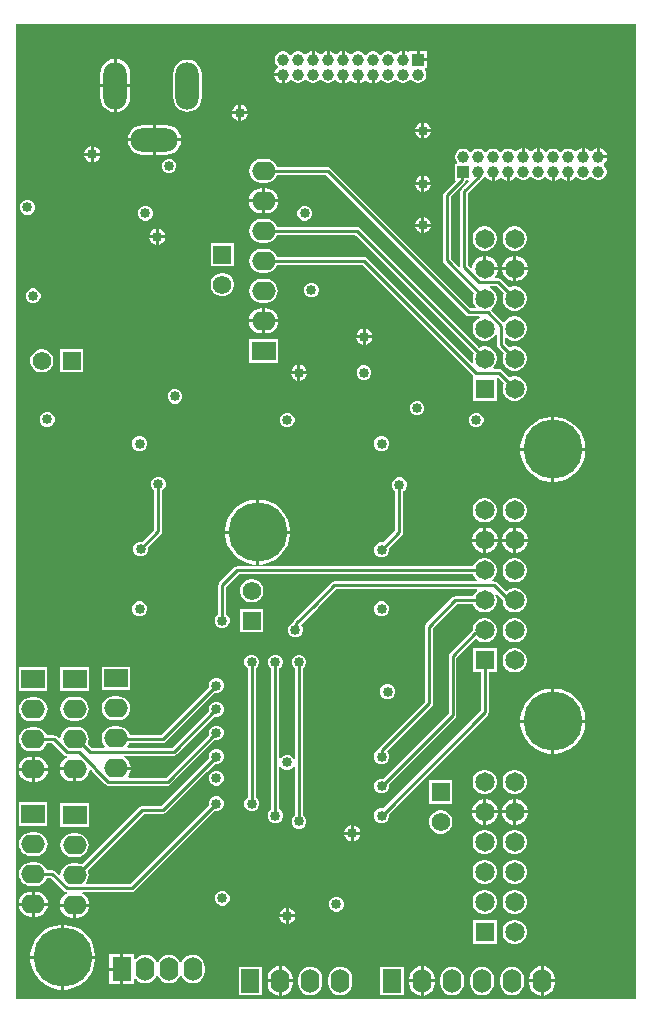
<source format=gbr>
%TF.GenerationSoftware,Altium Limited,Altium Designer,21.2.1 (34)*%
G04 Layer_Physical_Order=4*
G04 Layer_Color=16711680*
%FSLAX45Y45*%
%MOMM*%
%TF.SameCoordinates,53973CC1-9108-4EA7-9D5E-FD48CC852793*%
%TF.FilePolarity,Positive*%
%TF.FileFunction,Copper,L4,Bot,Signal*%
%TF.Part,Single*%
G01*
G75*
%TA.AperFunction,Conductor*%
%ADD31C,0.25400*%
%TA.AperFunction,ComponentPad*%
%ADD32C,0.98500*%
%ADD33R,0.98500X0.98500*%
%ADD34R,2.00000X1.60000*%
%ADD35O,2.00000X1.60000*%
%ADD36O,1.60000X2.00000*%
%ADD37R,1.60000X2.00000*%
%ADD38O,4.00000X2.00000*%
%ADD39O,2.00000X4.00000*%
%ADD40R,1.57000X1.57000*%
%ADD41C,1.57000*%
%ADD42R,1.65000X1.65000*%
%ADD43C,1.65000*%
%ADD44R,1.57000X1.57000*%
%TA.AperFunction,ViaPad*%
%ADD45C,5.00000*%
%ADD46C,0.85000*%
G36*
X5250000Y0D02*
X0D01*
Y8250000D01*
X5250000D01*
Y0D01*
D02*
G37*
%LPC*%
G36*
X3395299Y8024650D02*
X3333350D01*
Y8020520D01*
X3320650Y8013306D01*
X3309814Y8019563D01*
X3293699Y8023881D01*
Y7950000D01*
X3268299D01*
Y8023880D01*
X3252186Y8019563D01*
X3235164Y8009735D01*
X3221835Y7996406D01*
X3220217Y7995318D01*
X3206416Y7995518D01*
X3196520Y8005414D01*
X3180729Y8014531D01*
X3163117Y8019250D01*
X3144883D01*
X3127271Y8014531D01*
X3111480Y8005414D01*
X3098586Y7992520D01*
X3096850Y7989513D01*
X3084150D01*
X3082414Y7992520D01*
X3069520Y8005414D01*
X3053729Y8014531D01*
X3036117Y8019250D01*
X3017883D01*
X3000271Y8014531D01*
X2984480Y8005414D01*
X2971586Y7992520D01*
X2969850Y7989513D01*
X2957150D01*
X2955414Y7992520D01*
X2942520Y8005414D01*
X2926729Y8014531D01*
X2909117Y8019250D01*
X2890883D01*
X2873271Y8014531D01*
X2857480Y8005414D01*
X2847584Y7995518D01*
X2833784Y7995318D01*
X2832165Y7996406D01*
X2818836Y8009735D01*
X2801814Y8019563D01*
X2785699Y8023881D01*
Y7950000D01*
X2760299D01*
Y8023880D01*
X2744186Y8019563D01*
X2727164Y8009735D01*
X2717788Y8000359D01*
X2709500Y7997249D01*
X2701212Y8000359D01*
X2691836Y8009735D01*
X2674814Y8019563D01*
X2658699Y8023881D01*
Y7950000D01*
X2633299D01*
Y8023880D01*
X2617186Y8019563D01*
X2600164Y8009735D01*
X2590788Y8000359D01*
X2582500Y7997249D01*
X2574212Y8000359D01*
X2564836Y8009735D01*
X2547814Y8019563D01*
X2531699Y8023881D01*
Y7950000D01*
X2506299D01*
Y8023880D01*
X2490186Y8019563D01*
X2473164Y8009735D01*
X2459835Y7996406D01*
X2458217Y7995318D01*
X2444416Y7995518D01*
X2434520Y8005414D01*
X2418729Y8014531D01*
X2401117Y8019250D01*
X2382883D01*
X2365271Y8014531D01*
X2349480Y8005414D01*
X2336586Y7992520D01*
X2334850Y7989513D01*
X2322150D01*
X2320414Y7992520D01*
X2307520Y8005414D01*
X2291729Y8014531D01*
X2274117Y8019250D01*
X2255883D01*
X2238271Y8014531D01*
X2222480Y8005414D01*
X2209586Y7992520D01*
X2200469Y7976730D01*
X2195750Y7959117D01*
Y7940883D01*
X2200469Y7923271D01*
X2209586Y7907480D01*
X2219482Y7897584D01*
X2219683Y7883784D01*
X2218594Y7882165D01*
X2205265Y7868836D01*
X2195438Y7851814D01*
X2191120Y7835700D01*
X2264999D01*
Y7823000D01*
X2277699D01*
Y7749120D01*
X2293814Y7753438D01*
X2310836Y7763265D01*
X2324165Y7776594D01*
X2325784Y7777683D01*
X2339584Y7777483D01*
X2349480Y7767586D01*
X2365271Y7758469D01*
X2382883Y7753750D01*
X2401117D01*
X2418729Y7758469D01*
X2434520Y7767586D01*
X2447414Y7780480D01*
X2449150Y7783487D01*
X2461850D01*
X2463586Y7780480D01*
X2476480Y7767586D01*
X2492271Y7758469D01*
X2509883Y7753750D01*
X2528117D01*
X2545729Y7758469D01*
X2561520Y7767586D01*
X2574414Y7780480D01*
X2576150Y7783487D01*
X2588850D01*
X2590586Y7780480D01*
X2603480Y7767586D01*
X2619271Y7758469D01*
X2636883Y7753750D01*
X2655117D01*
X2672729Y7758469D01*
X2688520Y7767586D01*
X2698416Y7777483D01*
X2712217Y7777683D01*
X2713835Y7776594D01*
X2727164Y7763265D01*
X2744186Y7753438D01*
X2760299Y7749120D01*
Y7823000D01*
X2785699D01*
Y7749120D01*
X2801814Y7753438D01*
X2818836Y7763265D01*
X2828212Y7772641D01*
X2836500Y7775751D01*
X2844788Y7772641D01*
X2854164Y7763265D01*
X2871186Y7753438D01*
X2887299Y7749120D01*
Y7823000D01*
X2912699D01*
Y7749120D01*
X2928814Y7753438D01*
X2945836Y7763265D01*
X2955212Y7772641D01*
X2963500Y7775751D01*
X2971788Y7772641D01*
X2981164Y7763265D01*
X2998186Y7753438D01*
X3014299Y7749120D01*
Y7823000D01*
X3039699D01*
Y7749120D01*
X3055814Y7753438D01*
X3072836Y7763265D01*
X3086165Y7776594D01*
X3087784Y7777683D01*
X3101584Y7777483D01*
X3111480Y7767586D01*
X3127271Y7758469D01*
X3144883Y7753750D01*
X3163117D01*
X3180729Y7758469D01*
X3196520Y7767586D01*
X3209414Y7780480D01*
X3211150Y7783487D01*
X3223850D01*
X3225586Y7780480D01*
X3238480Y7767586D01*
X3254271Y7758469D01*
X3271883Y7753750D01*
X3290117D01*
X3307729Y7758469D01*
X3323520Y7767586D01*
X3336414Y7780480D01*
X3338150Y7783487D01*
X3350850D01*
X3352586Y7780480D01*
X3365480Y7767586D01*
X3381271Y7758469D01*
X3398883Y7753750D01*
X3417117D01*
X3434729Y7758469D01*
X3450520Y7767586D01*
X3463414Y7780480D01*
X3472531Y7796271D01*
X3477250Y7813883D01*
Y7832117D01*
X3472531Y7849730D01*
X3465071Y7862650D01*
X3469877Y7875350D01*
X3482650D01*
Y7937300D01*
X3407999D01*
Y7950000D01*
X3395299D01*
Y8024650D01*
D02*
G37*
G36*
X3482650D02*
X3420699D01*
Y7962700D01*
X3482650D01*
Y8024650D01*
D02*
G37*
G36*
X2252299Y7810300D02*
X2191120D01*
X2195438Y7794186D01*
X2205265Y7777164D01*
X2219164Y7763265D01*
X2236186Y7753438D01*
X2252299Y7749120D01*
Y7810300D01*
D02*
G37*
G36*
X857701Y7954810D02*
Y7742700D01*
X971482D01*
Y7830000D01*
X967172Y7862736D01*
X954537Y7893241D01*
X934437Y7919436D01*
X908241Y7939537D01*
X877736Y7952172D01*
X857701Y7954810D01*
D02*
G37*
G36*
X832301D02*
X812264Y7952172D01*
X781759Y7939537D01*
X755564Y7919436D01*
X735463Y7893241D01*
X722828Y7862736D01*
X718518Y7830000D01*
Y7742700D01*
X832301D01*
Y7954810D01*
D02*
G37*
G36*
X1912700Y7566892D02*
Y7512700D01*
X1966892D01*
X1963273Y7526208D01*
X1954334Y7541692D01*
X1941692Y7554334D01*
X1926208Y7563273D01*
X1912700Y7566892D01*
D02*
G37*
G36*
X1887300D02*
X1873792Y7563273D01*
X1858308Y7554334D01*
X1845666Y7541692D01*
X1836727Y7526208D01*
X1833108Y7512700D01*
X1887300D01*
Y7566892D01*
D02*
G37*
G36*
X1455000Y7951035D02*
X1423674Y7946911D01*
X1394482Y7934820D01*
X1369415Y7915585D01*
X1350180Y7890518D01*
X1338089Y7861326D01*
X1333965Y7830000D01*
Y7630000D01*
X1338089Y7598674D01*
X1350180Y7569482D01*
X1369415Y7544415D01*
X1394482Y7525180D01*
X1423674Y7513089D01*
X1455000Y7508965D01*
X1486326Y7513089D01*
X1515518Y7525180D01*
X1540585Y7544415D01*
X1559820Y7569482D01*
X1571912Y7598674D01*
X1576036Y7630000D01*
Y7830000D01*
X1571912Y7861326D01*
X1559820Y7890518D01*
X1540585Y7915585D01*
X1515518Y7934820D01*
X1486326Y7946911D01*
X1455000Y7951035D01*
D02*
G37*
G36*
X971482Y7717300D02*
X857701D01*
Y7505190D01*
X877736Y7507828D01*
X908241Y7520463D01*
X934437Y7540564D01*
X954537Y7566759D01*
X967172Y7597264D01*
X971482Y7630000D01*
Y7717300D01*
D02*
G37*
G36*
X832301D02*
X718518D01*
Y7630000D01*
X722828Y7597264D01*
X735463Y7566759D01*
X755564Y7540564D01*
X781759Y7520463D01*
X812264Y7507828D01*
X832301Y7505190D01*
Y7717300D01*
D02*
G37*
G36*
X1966892Y7487300D02*
X1912700D01*
Y7433108D01*
X1926208Y7436727D01*
X1941692Y7445666D01*
X1954334Y7458308D01*
X1963273Y7473792D01*
X1966892Y7487300D01*
D02*
G37*
G36*
X1887300D02*
X1833108D01*
X1836727Y7473792D01*
X1845666Y7458308D01*
X1858308Y7445666D01*
X1873792Y7436727D01*
X1887300Y7433108D01*
Y7487300D01*
D02*
G37*
G36*
X3462700Y7416892D02*
Y7362700D01*
X3516892D01*
X3513273Y7376209D01*
X3504334Y7391692D01*
X3491692Y7404334D01*
X3476208Y7413273D01*
X3462700Y7416892D01*
D02*
G37*
G36*
X3437300D02*
X3423791Y7413273D01*
X3408308Y7404334D01*
X3395666Y7391692D01*
X3386727Y7376209D01*
X3383108Y7362700D01*
X3437300D01*
Y7416892D01*
D02*
G37*
G36*
X3516892Y7337300D02*
X3462700D01*
Y7283108D01*
X3476208Y7286727D01*
X3491692Y7295666D01*
X3504334Y7308308D01*
X3513273Y7323792D01*
X3516892Y7337300D01*
D02*
G37*
G36*
X3437300D02*
X3383108D01*
X3386727Y7323792D01*
X3395666Y7308308D01*
X3408308Y7295666D01*
X3423791Y7286727D01*
X3437300Y7283108D01*
Y7337300D01*
D02*
G37*
G36*
X1275000Y7396482D02*
X1187700D01*
Y7282700D01*
X1399810D01*
X1397172Y7302736D01*
X1384537Y7333241D01*
X1364436Y7359436D01*
X1338241Y7379537D01*
X1307736Y7392172D01*
X1275000Y7396482D01*
D02*
G37*
G36*
X1162300D02*
X1075000D01*
X1042264Y7392172D01*
X1011759Y7379537D01*
X985564Y7359436D01*
X965464Y7333241D01*
X952828Y7302736D01*
X950190Y7282700D01*
X1162300D01*
Y7396482D01*
D02*
G37*
G36*
X1175000Y7270000D02*
D01*
D01*
D01*
D02*
G37*
G36*
X4922300Y7200880D02*
X4906186Y7196562D01*
X4889164Y7186735D01*
X4879788Y7177359D01*
X4871500Y7174249D01*
X4863212Y7177359D01*
X4853836Y7186735D01*
X4836814Y7196562D01*
X4820700Y7200880D01*
Y7127000D01*
X4795300D01*
Y7200880D01*
X4779186Y7196562D01*
X4762164Y7186735D01*
X4748835Y7173406D01*
X4747217Y7172317D01*
X4733416Y7172518D01*
X4723520Y7182414D01*
X4707729Y7191531D01*
X4690117Y7196250D01*
X4671883D01*
X4654271Y7191531D01*
X4638480Y7182414D01*
X4625586Y7169520D01*
X4623850Y7166513D01*
X4611150D01*
X4609414Y7169520D01*
X4596520Y7182414D01*
X4580729Y7191531D01*
X4563117Y7196250D01*
X4544883D01*
X4527271Y7191531D01*
X4511480Y7182414D01*
X4501584Y7172518D01*
X4487784Y7172317D01*
X4486165Y7173406D01*
X4472836Y7186735D01*
X4455814Y7196562D01*
X4439700Y7200880D01*
Y7127000D01*
X4414300D01*
Y7200880D01*
X4398186Y7196562D01*
X4381164Y7186735D01*
X4371788Y7177359D01*
X4363500Y7174249D01*
X4355212Y7177359D01*
X4345836Y7186735D01*
X4328814Y7196562D01*
X4312700Y7200880D01*
Y7127000D01*
X4287300D01*
Y7200880D01*
X4271186Y7196562D01*
X4254164Y7186735D01*
X4240835Y7173406D01*
X4239217Y7172317D01*
X4225416Y7172518D01*
X4215520Y7182414D01*
X4199729Y7191531D01*
X4182117Y7196250D01*
X4163883D01*
X4146271Y7191531D01*
X4130480Y7182414D01*
X4117586Y7169520D01*
X4115850Y7166513D01*
X4103150D01*
X4101414Y7169520D01*
X4088520Y7182414D01*
X4072729Y7191531D01*
X4055117Y7196250D01*
X4036883D01*
X4019271Y7191531D01*
X4003480Y7182414D01*
X3990586Y7169520D01*
X3988850Y7166513D01*
X3976150D01*
X3974414Y7169520D01*
X3961520Y7182414D01*
X3945729Y7191531D01*
X3928117Y7196250D01*
X3909883D01*
X3892271Y7191531D01*
X3876480Y7182414D01*
X3863586Y7169520D01*
X3861850Y7166513D01*
X3849150D01*
X3847414Y7169520D01*
X3834520Y7182414D01*
X3818729Y7191531D01*
X3801117Y7196250D01*
X3782883D01*
X3765271Y7191531D01*
X3749480Y7182414D01*
X3736586Y7169520D01*
X3727469Y7153729D01*
X3722750Y7136117D01*
Y7117883D01*
X3727469Y7100271D01*
X3736586Y7084480D01*
X3739116Y7081950D01*
X3733856Y7069250D01*
X3722750D01*
Y6930750D01*
X3722750D01*
X3725928Y6923078D01*
X3626425Y6823575D01*
X3619197Y6812759D01*
X3616660Y6800000D01*
Y6250000D01*
X3619197Y6237241D01*
X3626425Y6226425D01*
X3880706Y5972143D01*
X3877485Y5966564D01*
X3870500Y5940494D01*
Y5913506D01*
X3877485Y5887437D01*
X3890980Y5864064D01*
X3898169Y5856874D01*
X3893309Y5845141D01*
X3852010D01*
X2665575Y7031575D01*
X2654759Y7038803D01*
X2642000Y7041341D01*
X2214429D01*
X2207349Y7058431D01*
X2191320Y7079321D01*
X2170431Y7095350D01*
X2146105Y7105426D01*
X2120000Y7108863D01*
X2079999D01*
X2053894Y7105426D01*
X2029568Y7095350D01*
X2008679Y7079321D01*
X1992650Y7058431D01*
X1982574Y7034105D01*
X1979137Y7008000D01*
X1982574Y6981895D01*
X1992650Y6957569D01*
X2008679Y6936679D01*
X2029568Y6920650D01*
X2053894Y6910574D01*
X2079999Y6907137D01*
X2120000D01*
X2146105Y6910574D01*
X2170431Y6920650D01*
X2191320Y6936679D01*
X2207349Y6957569D01*
X2214429Y6974659D01*
X2628190D01*
X3814624Y5788225D01*
X3825441Y5780998D01*
X3838200Y5778460D01*
X3925262D01*
X3928665Y5765760D01*
X3910064Y5755020D01*
X3890980Y5735936D01*
X3877485Y5712564D01*
X3870500Y5686494D01*
Y5659506D01*
X3877485Y5633437D01*
X3890980Y5610064D01*
X3910064Y5590980D01*
X3933436Y5577485D01*
X3959506Y5570500D01*
X3986494D01*
X4012563Y5577485D01*
X4035936Y5590980D01*
X4055020Y5610064D01*
X4064462Y5626418D01*
X4077162Y5623015D01*
Y5535497D01*
X4079700Y5522739D01*
X4086928Y5511922D01*
X4134706Y5464143D01*
X4131485Y5458564D01*
X4124500Y5432494D01*
Y5405506D01*
X4131485Y5379437D01*
X4144980Y5356064D01*
X4164064Y5336980D01*
X4187436Y5323485D01*
X4213506Y5316500D01*
X4240494D01*
X4266563Y5323485D01*
X4289936Y5336980D01*
X4309020Y5356064D01*
X4322515Y5379437D01*
X4329500Y5405506D01*
Y5432494D01*
X4322515Y5458564D01*
X4309020Y5481936D01*
X4289936Y5501020D01*
X4266563Y5514515D01*
X4240494Y5521500D01*
X4213506D01*
X4187436Y5514515D01*
X4181857Y5511294D01*
X4143843Y5549307D01*
Y5593239D01*
X4156543Y5598500D01*
X4164064Y5590980D01*
X4187436Y5577485D01*
X4213506Y5570500D01*
X4240494D01*
X4266563Y5577485D01*
X4289936Y5590980D01*
X4309020Y5610064D01*
X4322515Y5633437D01*
X4329500Y5659506D01*
Y5686494D01*
X4322515Y5712564D01*
X4309020Y5735936D01*
X4289936Y5755020D01*
X4266563Y5768515D01*
X4240494Y5775500D01*
X4213506D01*
X4187436Y5768515D01*
X4164064Y5755020D01*
X4144980Y5735936D01*
X4142459Y5731570D01*
X4126587Y5729481D01*
X4029480Y5826588D01*
X4031570Y5842459D01*
X4035936Y5844980D01*
X4055020Y5864064D01*
X4068515Y5887437D01*
X4075500Y5913506D01*
Y5940494D01*
X4068515Y5966564D01*
X4055020Y5989936D01*
X4035936Y6009020D01*
X4017335Y6019760D01*
X4020738Y6032460D01*
X4074390D01*
X4134706Y5972143D01*
X4131485Y5966564D01*
X4124500Y5940494D01*
Y5913506D01*
X4131485Y5887437D01*
X4144980Y5864064D01*
X4164064Y5844980D01*
X4187436Y5831485D01*
X4213506Y5824500D01*
X4240494D01*
X4266563Y5831485D01*
X4289936Y5844980D01*
X4309020Y5864064D01*
X4322515Y5887437D01*
X4329500Y5913506D01*
Y5940494D01*
X4322515Y5966564D01*
X4309020Y5989936D01*
X4289936Y6009020D01*
X4266563Y6022515D01*
X4240494Y6029500D01*
X4213506D01*
X4187436Y6022515D01*
X4181857Y6019294D01*
X4111775Y6089376D01*
X4100959Y6096603D01*
X4088200Y6099141D01*
X4060328D01*
X4055468Y6110874D01*
X4059341Y6114748D01*
X4073547Y6139352D01*
X4080900Y6166795D01*
Y6168299D01*
X3973000D01*
Y6180999D01*
X3960300D01*
Y6288900D01*
X3958795D01*
X3931352Y6281547D01*
X3906748Y6267342D01*
X3886658Y6247252D01*
X3872453Y6222648D01*
X3865100Y6195205D01*
Y6189727D01*
X3853367Y6184867D01*
X3833341Y6204893D01*
Y6820190D01*
X3946575Y6933425D01*
X3949330Y6937548D01*
X3961520Y6944586D01*
X3971416Y6954482D01*
X3985217Y6954683D01*
X3986835Y6953594D01*
X4000164Y6940265D01*
X4017186Y6930437D01*
X4033300Y6926120D01*
Y7000000D01*
X4058700D01*
Y6926120D01*
X4074814Y6930437D01*
X4091836Y6940265D01*
X4101212Y6949641D01*
X4109500Y6952751D01*
X4117788Y6949641D01*
X4127164Y6940265D01*
X4144186Y6930437D01*
X4160300Y6926120D01*
Y7000000D01*
X4185700D01*
Y6926120D01*
X4201814Y6930437D01*
X4218836Y6940265D01*
X4232165Y6953594D01*
X4233784Y6954683D01*
X4247584Y6954482D01*
X4257480Y6944586D01*
X4273271Y6935469D01*
X4290883Y6930750D01*
X4309117D01*
X4326729Y6935469D01*
X4342520Y6944586D01*
X4355414Y6957480D01*
X4357150Y6960487D01*
X4369850D01*
X4371586Y6957480D01*
X4384480Y6944586D01*
X4400271Y6935469D01*
X4417883Y6930750D01*
X4436117D01*
X4453729Y6935469D01*
X4469520Y6944586D01*
X4479416Y6954482D01*
X4493217Y6954683D01*
X4494835Y6953594D01*
X4508164Y6940265D01*
X4525186Y6930437D01*
X4541300Y6926120D01*
Y7000000D01*
X4566700D01*
Y6926120D01*
X4582814Y6930437D01*
X4599836Y6940265D01*
X4609212Y6949641D01*
X4617500Y6952751D01*
X4625788Y6949641D01*
X4635164Y6940265D01*
X4652186Y6930437D01*
X4668300Y6926120D01*
Y7000000D01*
X4693700D01*
Y6926120D01*
X4709814Y6930437D01*
X4726836Y6940265D01*
X4740165Y6953594D01*
X4741784Y6954683D01*
X4755584Y6954482D01*
X4765480Y6944586D01*
X4781271Y6935469D01*
X4798883Y6930750D01*
X4817117D01*
X4834729Y6935469D01*
X4850520Y6944586D01*
X4863414Y6957480D01*
X4865150Y6960487D01*
X4877850D01*
X4879586Y6957480D01*
X4892480Y6944586D01*
X4908271Y6935469D01*
X4925883Y6930750D01*
X4944117D01*
X4961729Y6935469D01*
X4977520Y6944586D01*
X4990414Y6957480D01*
X4999531Y6973271D01*
X5004250Y6990883D01*
Y7009117D01*
X4999531Y7026729D01*
X4990414Y7042520D01*
X4980518Y7052416D01*
X4980317Y7066217D01*
X4981406Y7067835D01*
X4994735Y7081164D01*
X5004563Y7098186D01*
X5008880Y7114300D01*
X4935000D01*
Y7127000D01*
X4922300D01*
Y7200880D01*
D02*
G37*
G36*
X662700Y7216893D02*
Y7162700D01*
X716892D01*
X713273Y7176209D01*
X704333Y7191692D01*
X691691Y7204334D01*
X676208Y7213273D01*
X662700Y7216893D01*
D02*
G37*
G36*
X637300D02*
X623791Y7213273D01*
X608308Y7204334D01*
X595666Y7191692D01*
X586727Y7176209D01*
X583107Y7162700D01*
X637300D01*
Y7216893D01*
D02*
G37*
G36*
X1399810Y7257300D02*
X1187700D01*
Y7143518D01*
X1275000D01*
X1307736Y7147828D01*
X1338241Y7160463D01*
X1364436Y7180563D01*
X1384537Y7206759D01*
X1397172Y7237264D01*
X1399810Y7257300D01*
D02*
G37*
G36*
X1162300D02*
X950190D01*
X952828Y7237264D01*
X965464Y7206759D01*
X985564Y7180563D01*
X1011759Y7160463D01*
X1042264Y7147828D01*
X1075000Y7143518D01*
X1162300D01*
Y7257300D01*
D02*
G37*
G36*
X4947700Y7200880D02*
Y7139700D01*
X5008880D01*
X5004563Y7155814D01*
X4994735Y7172836D01*
X4980836Y7186735D01*
X4963814Y7196562D01*
X4947700Y7200880D01*
D02*
G37*
G36*
X716892Y7137300D02*
X662700D01*
Y7083108D01*
X676208Y7086727D01*
X691691Y7095667D01*
X704333Y7108309D01*
X713273Y7123792D01*
X716892Y7137300D01*
D02*
G37*
G36*
X637300D02*
X583107D01*
X586727Y7123792D01*
X595666Y7108309D01*
X608308Y7095667D01*
X623791Y7086727D01*
X637300Y7083108D01*
Y7137300D01*
D02*
G37*
G36*
X1312432Y7112500D02*
X1287568D01*
X1264596Y7102985D01*
X1247015Y7085404D01*
X1237500Y7062432D01*
Y7037568D01*
X1247015Y7014597D01*
X1264596Y6997015D01*
X1287568Y6987500D01*
X1312432D01*
X1335403Y6997015D01*
X1352985Y7014597D01*
X1362500Y7037568D01*
Y7062432D01*
X1352985Y7085404D01*
X1335403Y7102985D01*
X1312432Y7112500D01*
D02*
G37*
G36*
X3462700Y6966892D02*
Y6912700D01*
X3516892D01*
X3513273Y6926208D01*
X3504334Y6941691D01*
X3491692Y6954334D01*
X3476208Y6963273D01*
X3462700Y6966892D01*
D02*
G37*
G36*
X3437300D02*
X3423791Y6963273D01*
X3408308Y6954334D01*
X3395666Y6941691D01*
X3386727Y6926208D01*
X3383108Y6912700D01*
X3437300D01*
Y6966892D01*
D02*
G37*
G36*
X3516892Y6887300D02*
X3462700D01*
Y6833107D01*
X3476208Y6836727D01*
X3491692Y6845666D01*
X3504334Y6858308D01*
X3513273Y6873791D01*
X3516892Y6887300D01*
D02*
G37*
G36*
X3437300D02*
X3383108D01*
X3386727Y6873791D01*
X3395666Y6858308D01*
X3408308Y6845666D01*
X3423791Y6836727D01*
X3437300Y6833107D01*
Y6887300D01*
D02*
G37*
G36*
X2120000Y6860309D02*
X2112699D01*
Y6766700D01*
X2224637D01*
X2222687Y6781515D01*
X2212066Y6807155D01*
X2195172Y6829172D01*
X2173155Y6846067D01*
X2147515Y6856687D01*
X2120000Y6860309D01*
D02*
G37*
G36*
X2087299D02*
X2079999D01*
X2052485Y6856687D01*
X2026845Y6846067D01*
X2004827Y6829172D01*
X1987933Y6807155D01*
X1977312Y6781515D01*
X1975362Y6766700D01*
X2087299D01*
Y6860309D01*
D02*
G37*
G36*
X2224637Y6741300D02*
X2112699D01*
Y6647691D01*
X2120000D01*
X2147515Y6651313D01*
X2173155Y6661933D01*
X2195172Y6678828D01*
X2212066Y6700845D01*
X2222687Y6726485D01*
X2224637Y6741300D01*
D02*
G37*
G36*
X2087299D02*
X1975362D01*
X1977312Y6726485D01*
X1987933Y6700845D01*
X2004827Y6678828D01*
X2026845Y6661933D01*
X2052485Y6651313D01*
X2079999Y6647691D01*
X2087299D01*
Y6741300D01*
D02*
G37*
G36*
X112432Y6762500D02*
X87568D01*
X64596Y6752985D01*
X47015Y6735404D01*
X37500Y6712432D01*
Y6687568D01*
X47015Y6664597D01*
X64596Y6647015D01*
X87568Y6637500D01*
X112432D01*
X135403Y6647015D01*
X152985Y6664597D01*
X162500Y6687568D01*
Y6712432D01*
X152985Y6735404D01*
X135403Y6752985D01*
X112432Y6762500D01*
D02*
G37*
G36*
X2462432Y6712500D02*
X2437568D01*
X2414596Y6702985D01*
X2397015Y6685403D01*
X2387500Y6662432D01*
Y6637568D01*
X2397015Y6614596D01*
X2414596Y6597015D01*
X2437568Y6587500D01*
X2462432D01*
X2485403Y6597015D01*
X2502985Y6614596D01*
X2512500Y6637568D01*
Y6662432D01*
X2502985Y6685403D01*
X2485403Y6702985D01*
X2462432Y6712500D01*
D02*
G37*
G36*
X1112432D02*
X1087568D01*
X1064597Y6702985D01*
X1047015Y6685403D01*
X1037500Y6662432D01*
Y6637568D01*
X1047015Y6614596D01*
X1064597Y6597015D01*
X1087568Y6587500D01*
X1112432D01*
X1135404Y6597015D01*
X1152985Y6614596D01*
X1162500Y6637568D01*
Y6662432D01*
X1152985Y6685403D01*
X1135404Y6702985D01*
X1112432Y6712500D01*
D02*
G37*
G36*
X3462700Y6616893D02*
Y6562700D01*
X3516892D01*
X3513273Y6576209D01*
X3504334Y6591692D01*
X3491692Y6604334D01*
X3476208Y6613273D01*
X3462700Y6616893D01*
D02*
G37*
G36*
X3437300D02*
X3423791Y6613273D01*
X3408308Y6604334D01*
X3395666Y6591692D01*
X3386727Y6576209D01*
X3383108Y6562700D01*
X3437300D01*
Y6616893D01*
D02*
G37*
G36*
X3516892Y6537300D02*
X3462700D01*
Y6483108D01*
X3476208Y6486727D01*
X3491692Y6495666D01*
X3504334Y6508309D01*
X3513273Y6523792D01*
X3516892Y6537300D01*
D02*
G37*
G36*
X3437300D02*
X3383108D01*
X3386727Y6523792D01*
X3395666Y6508309D01*
X3408308Y6495666D01*
X3423791Y6486727D01*
X3437300Y6483108D01*
Y6537300D01*
D02*
G37*
G36*
X1212700Y6516892D02*
Y6462700D01*
X1266892D01*
X1263273Y6476209D01*
X1254334Y6491692D01*
X1241691Y6504334D01*
X1226208Y6513273D01*
X1212700Y6516892D01*
D02*
G37*
G36*
X1187300D02*
X1173791Y6513273D01*
X1158308Y6504334D01*
X1145666Y6491692D01*
X1136727Y6476209D01*
X1133107Y6462700D01*
X1187300D01*
Y6516892D01*
D02*
G37*
G36*
X1266892Y6437300D02*
X1212700D01*
Y6383108D01*
X1226208Y6386727D01*
X1241691Y6395666D01*
X1254334Y6408308D01*
X1263273Y6423792D01*
X1266892Y6437300D01*
D02*
G37*
G36*
X1187300D02*
X1133107D01*
X1136727Y6423792D01*
X1145666Y6408308D01*
X1158308Y6395666D01*
X1173791Y6386727D01*
X1187300Y6383108D01*
Y6437300D01*
D02*
G37*
G36*
X4240494Y6537500D02*
X4213506D01*
X4187436Y6530515D01*
X4164064Y6517020D01*
X4144980Y6497936D01*
X4131485Y6474564D01*
X4124500Y6448494D01*
Y6421506D01*
X4131485Y6395437D01*
X4144980Y6372064D01*
X4164064Y6352980D01*
X4187436Y6339485D01*
X4213506Y6332500D01*
X4240494D01*
X4266563Y6339485D01*
X4289936Y6352980D01*
X4309020Y6372064D01*
X4322515Y6395437D01*
X4329500Y6421506D01*
Y6448494D01*
X4322515Y6474564D01*
X4309020Y6497936D01*
X4289936Y6517020D01*
X4266563Y6530515D01*
X4240494Y6537500D01*
D02*
G37*
G36*
X3986494D02*
X3959506D01*
X3933436Y6530515D01*
X3910064Y6517020D01*
X3890980Y6497936D01*
X3877485Y6474564D01*
X3870500Y6448494D01*
Y6421506D01*
X3877485Y6395437D01*
X3890980Y6372064D01*
X3910064Y6352980D01*
X3933436Y6339485D01*
X3959506Y6332500D01*
X3986494D01*
X4012563Y6339485D01*
X4035936Y6352980D01*
X4055020Y6372064D01*
X4068515Y6395437D01*
X4075500Y6421506D01*
Y6448494D01*
X4068515Y6474564D01*
X4055020Y6497936D01*
X4035936Y6517020D01*
X4012563Y6530515D01*
X3986494Y6537500D01*
D02*
G37*
G36*
X1848500Y6398500D02*
X1651500D01*
Y6201500D01*
X1848500D01*
Y6398500D01*
D02*
G37*
G36*
X4241205Y6288900D02*
X4239700D01*
Y6193699D01*
X4334900D01*
Y6195205D01*
X4327547Y6222648D01*
X4313341Y6247252D01*
X4293252Y6267342D01*
X4268648Y6281547D01*
X4241205Y6288900D01*
D02*
G37*
G36*
X3987205D02*
X3985700D01*
Y6193699D01*
X4080900D01*
Y6195205D01*
X4073547Y6222648D01*
X4059341Y6247252D01*
X4039252Y6267342D01*
X4014648Y6281547D01*
X3987205Y6288900D01*
D02*
G37*
G36*
X4214300D02*
X4212795D01*
X4185352Y6281547D01*
X4160748Y6267342D01*
X4140658Y6247252D01*
X4126453Y6222648D01*
X4119100Y6195205D01*
Y6193699D01*
X4214300D01*
Y6288900D01*
D02*
G37*
G36*
X4334900Y6168299D02*
X4239700D01*
Y6073100D01*
X4241205D01*
X4268648Y6080453D01*
X4293252Y6094659D01*
X4313341Y6114748D01*
X4327547Y6139352D01*
X4334900Y6166795D01*
Y6168299D01*
D02*
G37*
G36*
X4214300D02*
X4119100D01*
Y6166795D01*
X4126453Y6139352D01*
X4140658Y6114748D01*
X4160748Y6094659D01*
X4185352Y6080453D01*
X4212795Y6073100D01*
X4214300D01*
Y6168299D01*
D02*
G37*
G36*
X1762968Y6144500D02*
X1737032D01*
X1711981Y6137787D01*
X1689520Y6124820D01*
X1671181Y6106481D01*
X1658213Y6084020D01*
X1651500Y6058968D01*
Y6033032D01*
X1658213Y6007981D01*
X1671181Y5985520D01*
X1689520Y5967181D01*
X1711981Y5954213D01*
X1737032Y5947500D01*
X1762968D01*
X1788020Y5954213D01*
X1810481Y5967181D01*
X1828820Y5985520D01*
X1841787Y6007981D01*
X1848500Y6033032D01*
Y6058968D01*
X1841787Y6084020D01*
X1828820Y6106481D01*
X1810481Y6124820D01*
X1788020Y6137787D01*
X1762968Y6144500D01*
D02*
G37*
G36*
X2517059Y6062500D02*
X2492195D01*
X2469224Y6052985D01*
X2451643Y6035403D01*
X2442127Y6012432D01*
Y5987568D01*
X2451643Y5964596D01*
X2469224Y5947015D01*
X2492195Y5937500D01*
X2517059D01*
X2540031Y5947015D01*
X2557612Y5964596D01*
X2567127Y5987568D01*
Y6012432D01*
X2557612Y6035403D01*
X2540031Y6052985D01*
X2517059Y6062500D01*
D02*
G37*
G36*
X2120000Y6092863D02*
X2079999D01*
X2053894Y6089426D01*
X2029568Y6079350D01*
X2008679Y6063321D01*
X1992650Y6042431D01*
X1982574Y6018105D01*
X1979137Y5992000D01*
X1982574Y5965895D01*
X1992650Y5941569D01*
X2008679Y5920679D01*
X2029568Y5904650D01*
X2053894Y5894574D01*
X2079999Y5891137D01*
X2120000D01*
X2146105Y5894574D01*
X2170431Y5904650D01*
X2191320Y5920679D01*
X2207349Y5941569D01*
X2217426Y5965895D01*
X2220862Y5992000D01*
X2217426Y6018105D01*
X2207349Y6042431D01*
X2191320Y6063321D01*
X2170431Y6079350D01*
X2146105Y6089426D01*
X2120000Y6092863D01*
D02*
G37*
G36*
X162432Y6012500D02*
X137568D01*
X114596Y6002985D01*
X97015Y5985404D01*
X87500Y5962432D01*
Y5937568D01*
X97015Y5914597D01*
X114596Y5897015D01*
X137568Y5887500D01*
X162432D01*
X185403Y5897015D01*
X202985Y5914597D01*
X212500Y5937568D01*
Y5962432D01*
X202985Y5985404D01*
X185403Y6002985D01*
X162432Y6012500D01*
D02*
G37*
G36*
X2120000Y5844309D02*
X2112699D01*
Y5750700D01*
X2224637D01*
X2222687Y5765515D01*
X2212066Y5791155D01*
X2195172Y5813172D01*
X2173155Y5830067D01*
X2147515Y5840687D01*
X2120000Y5844309D01*
D02*
G37*
G36*
X2087299D02*
X2079999D01*
X2052485Y5840687D01*
X2026845Y5830067D01*
X2004827Y5813172D01*
X1987933Y5791155D01*
X1977312Y5765515D01*
X1975362Y5750700D01*
X2087299D01*
Y5844309D01*
D02*
G37*
G36*
X2224637Y5725300D02*
X2112699D01*
Y5631691D01*
X2120000D01*
X2147515Y5635313D01*
X2173155Y5645933D01*
X2195172Y5662828D01*
X2212066Y5684845D01*
X2222687Y5710485D01*
X2224637Y5725300D01*
D02*
G37*
G36*
X2087299D02*
X1975362D01*
X1977312Y5710485D01*
X1987933Y5684845D01*
X2004827Y5662828D01*
X2026845Y5645933D01*
X2052485Y5635313D01*
X2079999Y5631691D01*
X2087299D01*
Y5725300D01*
D02*
G37*
G36*
X2965874Y5670067D02*
Y5615874D01*
X3020066D01*
X3016447Y5629383D01*
X3007508Y5644866D01*
X2994865Y5657508D01*
X2979382Y5666447D01*
X2965874Y5670067D01*
D02*
G37*
G36*
X2940474D02*
X2926965Y5666447D01*
X2911482Y5657508D01*
X2898840Y5644866D01*
X2889901Y5629383D01*
X2886282Y5615874D01*
X2940474D01*
Y5670067D01*
D02*
G37*
G36*
X3020066Y5590474D02*
X2965874D01*
Y5536282D01*
X2979382Y5539901D01*
X2994865Y5548841D01*
X3007508Y5561483D01*
X3016447Y5576966D01*
X3020066Y5590474D01*
D02*
G37*
G36*
X2940474D02*
X2886282D01*
X2889901Y5576966D01*
X2898840Y5561483D01*
X2911482Y5548841D01*
X2926965Y5539901D01*
X2940474Y5536282D01*
Y5590474D01*
D02*
G37*
G36*
X2120000Y6600863D02*
X2079999D01*
X2053894Y6597426D01*
X2029568Y6587350D01*
X2008679Y6571321D01*
X1992650Y6550431D01*
X1982574Y6526105D01*
X1979137Y6500000D01*
X1982574Y6473895D01*
X1992650Y6449569D01*
X2008679Y6428679D01*
X2029568Y6412650D01*
X2053894Y6402574D01*
X2079999Y6399137D01*
X2120000D01*
X2146105Y6402574D01*
X2170431Y6412650D01*
X2191320Y6428679D01*
X2207349Y6449569D01*
X2214429Y6466659D01*
X2878190D01*
X3880706Y5464143D01*
X3877485Y5458564D01*
X3870500Y5432494D01*
Y5405506D01*
X3874488Y5390624D01*
X3863101Y5384050D01*
X2977575Y6269575D01*
X2966759Y6276803D01*
X2954000Y6279341D01*
X2214429D01*
X2207349Y6296431D01*
X2191320Y6317321D01*
X2170431Y6333350D01*
X2146105Y6343426D01*
X2120000Y6346863D01*
X2079999D01*
X2053894Y6343426D01*
X2029568Y6333350D01*
X2008679Y6317321D01*
X1992650Y6296431D01*
X1982574Y6272105D01*
X1979137Y6246000D01*
X1982574Y6219895D01*
X1992650Y6195569D01*
X2008679Y6174679D01*
X2029568Y6158650D01*
X2053894Y6148574D01*
X2079999Y6145137D01*
X2120000D01*
X2146105Y6148574D01*
X2170431Y6158650D01*
X2191320Y6174679D01*
X2207349Y6195569D01*
X2214429Y6212659D01*
X2940190D01*
X3872650Y5280200D01*
X3870500Y5267500D01*
X3870500D01*
Y5062500D01*
X4075500D01*
Y5251389D01*
X4088200Y5256650D01*
X4134706Y5210143D01*
X4131485Y5204564D01*
X4124500Y5178494D01*
Y5151506D01*
X4131485Y5125437D01*
X4144980Y5102064D01*
X4164064Y5082980D01*
X4187436Y5069485D01*
X4213506Y5062500D01*
X4240494D01*
X4266563Y5069485D01*
X4289936Y5082980D01*
X4309020Y5102064D01*
X4322515Y5125437D01*
X4329500Y5151506D01*
Y5178494D01*
X4322515Y5204564D01*
X4309020Y5227936D01*
X4289936Y5247020D01*
X4266563Y5260515D01*
X4240494Y5267500D01*
X4213506D01*
X4187436Y5260515D01*
X4181857Y5257294D01*
X4115575Y5323575D01*
X4104759Y5330803D01*
X4092000Y5333341D01*
X4050258D01*
X4044997Y5346041D01*
X4055020Y5356064D01*
X4068515Y5379437D01*
X4075500Y5405506D01*
Y5432494D01*
X4068515Y5458564D01*
X4055020Y5481936D01*
X4035936Y5501020D01*
X4012563Y5514515D01*
X3986494Y5521500D01*
X3959506D01*
X3933436Y5514515D01*
X3927857Y5511294D01*
X2915576Y6523575D01*
X2904759Y6530803D01*
X2892000Y6533341D01*
X2214429D01*
X2207349Y6550431D01*
X2191320Y6571321D01*
X2170431Y6587350D01*
X2146105Y6597426D01*
X2120000Y6600863D01*
D02*
G37*
G36*
X2220000Y5584000D02*
X1980000D01*
Y5384000D01*
X2220000D01*
Y5584000D01*
D02*
G37*
G36*
X2412700Y5366892D02*
Y5312700D01*
X2466892D01*
X2463273Y5326209D01*
X2454334Y5341692D01*
X2441692Y5354334D01*
X2426209Y5363273D01*
X2412700Y5366892D01*
D02*
G37*
G36*
X2387300D02*
X2373792Y5363273D01*
X2358308Y5354334D01*
X2345666Y5341692D01*
X2336727Y5326209D01*
X2333108Y5312700D01*
X2387300D01*
Y5366892D01*
D02*
G37*
G36*
X575500Y5498500D02*
X378500D01*
Y5301500D01*
X575500D01*
Y5498500D01*
D02*
G37*
G36*
X235968D02*
X210032D01*
X184981Y5491787D01*
X162520Y5478820D01*
X144181Y5460481D01*
X131213Y5438020D01*
X124500Y5412968D01*
Y5387032D01*
X131213Y5361981D01*
X144181Y5339520D01*
X162520Y5321181D01*
X184981Y5308213D01*
X210032Y5301500D01*
X235968D01*
X261020Y5308213D01*
X283481Y5321181D01*
X301820Y5339520D01*
X314787Y5361981D01*
X321500Y5387032D01*
Y5412968D01*
X314787Y5438020D01*
X301820Y5460481D01*
X283481Y5478820D01*
X261020Y5491787D01*
X235968Y5498500D01*
D02*
G37*
G36*
X2962432Y5362500D02*
X2937568D01*
X2914596Y5352985D01*
X2897015Y5335404D01*
X2887500Y5312432D01*
Y5287568D01*
X2897015Y5264597D01*
X2914596Y5247015D01*
X2937568Y5237500D01*
X2962432D01*
X2985403Y5247015D01*
X3002985Y5264597D01*
X3012500Y5287568D01*
Y5312432D01*
X3002985Y5335404D01*
X2985403Y5352985D01*
X2962432Y5362500D01*
D02*
G37*
G36*
X2466892Y5287300D02*
X2412700D01*
Y5233108D01*
X2426209Y5236727D01*
X2441692Y5245666D01*
X2454334Y5258309D01*
X2463273Y5273792D01*
X2466892Y5287300D01*
D02*
G37*
G36*
X2387300D02*
X2333108D01*
X2336727Y5273792D01*
X2345666Y5258309D01*
X2358308Y5245666D01*
X2373792Y5236727D01*
X2387300Y5233108D01*
Y5287300D01*
D02*
G37*
G36*
X1362432Y5162500D02*
X1337568D01*
X1314597Y5152985D01*
X1297015Y5135403D01*
X1287500Y5112432D01*
Y5087568D01*
X1297015Y5064596D01*
X1314597Y5047015D01*
X1337568Y5037500D01*
X1362432D01*
X1385404Y5047015D01*
X1402985Y5064596D01*
X1412500Y5087568D01*
Y5112432D01*
X1402985Y5135403D01*
X1385404Y5152985D01*
X1362432Y5162500D01*
D02*
G37*
G36*
X3412432Y5062500D02*
X3387568D01*
X3364596Y5052985D01*
X3347015Y5035404D01*
X3337500Y5012432D01*
Y4987568D01*
X3347015Y4964597D01*
X3364596Y4947015D01*
X3387568Y4937500D01*
X3412432D01*
X3435403Y4947015D01*
X3452985Y4964597D01*
X3462500Y4987568D01*
Y5012432D01*
X3452985Y5035404D01*
X3435403Y5052985D01*
X3412432Y5062500D01*
D02*
G37*
G36*
X280515Y4966875D02*
X255651D01*
X232679Y4957360D01*
X215098Y4939779D01*
X205583Y4916807D01*
Y4891943D01*
X215098Y4868972D01*
X232679Y4851390D01*
X255651Y4841875D01*
X280515D01*
X303487Y4851390D01*
X321068Y4868972D01*
X330583Y4891943D01*
Y4916807D01*
X321068Y4939779D01*
X303487Y4957360D01*
X280515Y4966875D01*
D02*
G37*
G36*
X2312432Y4962501D02*
X2287568D01*
X2264596Y4952986D01*
X2247015Y4935404D01*
X2237500Y4912433D01*
Y4887569D01*
X2247015Y4864597D01*
X2264596Y4847016D01*
X2287568Y4837501D01*
X2312432D01*
X2335404Y4847016D01*
X2352985Y4864597D01*
X2362500Y4887569D01*
Y4912433D01*
X2352985Y4935404D01*
X2335404Y4952986D01*
X2312432Y4962501D01*
D02*
G37*
G36*
X3912432Y4962500D02*
X3887568D01*
X3864596Y4952985D01*
X3847015Y4935404D01*
X3837500Y4912432D01*
Y4887568D01*
X3847015Y4864597D01*
X3864596Y4847015D01*
X3887568Y4837500D01*
X3912432D01*
X3935403Y4847015D01*
X3952985Y4864597D01*
X3962500Y4887568D01*
Y4912432D01*
X3952985Y4935404D01*
X3935403Y4952985D01*
X3912432Y4962500D01*
D02*
G37*
G36*
X4571675Y4925400D02*
X4562700D01*
Y4662700D01*
X4825400D01*
Y4671675D01*
X4818619Y4714490D01*
X4805223Y4755717D01*
X4785543Y4794341D01*
X4760063Y4829411D01*
X4729411Y4860063D01*
X4694341Y4885543D01*
X4655717Y4905223D01*
X4614490Y4918619D01*
X4571675Y4925400D01*
D02*
G37*
G36*
X4537300D02*
X4528325D01*
X4485510Y4918619D01*
X4444283Y4905223D01*
X4405659Y4885543D01*
X4370589Y4860063D01*
X4339937Y4829411D01*
X4314457Y4794341D01*
X4294777Y4755717D01*
X4281381Y4714490D01*
X4274600Y4671675D01*
Y4662700D01*
X4537300D01*
Y4925400D01*
D02*
G37*
G36*
X3112432Y4762500D02*
X3087568D01*
X3064596Y4752985D01*
X3047015Y4735404D01*
X3037500Y4712432D01*
Y4687568D01*
X3047015Y4664597D01*
X3064596Y4647015D01*
X3087568Y4637500D01*
X3112432D01*
X3135403Y4647015D01*
X3152985Y4664597D01*
X3162500Y4687568D01*
Y4712432D01*
X3152985Y4735404D01*
X3135403Y4752985D01*
X3112432Y4762500D01*
D02*
G37*
G36*
X1062432D02*
X1037568D01*
X1014597Y4752985D01*
X997015Y4735404D01*
X987500Y4712432D01*
Y4687568D01*
X997015Y4664597D01*
X1014597Y4647015D01*
X1037568Y4637500D01*
X1062432D01*
X1085404Y4647015D01*
X1102985Y4664597D01*
X1112500Y4687568D01*
Y4712432D01*
X1102985Y4735404D01*
X1085404Y4752985D01*
X1062432Y4762500D01*
D02*
G37*
G36*
X4825400Y4637300D02*
X4562700D01*
Y4374600D01*
X4571675D01*
X4614490Y4381381D01*
X4655717Y4394777D01*
X4694341Y4414457D01*
X4729411Y4439937D01*
X4760063Y4470589D01*
X4785543Y4505659D01*
X4805223Y4544283D01*
X4818619Y4585511D01*
X4825400Y4628326D01*
Y4637300D01*
D02*
G37*
G36*
X4537300D02*
X4274600D01*
Y4628326D01*
X4281381Y4585511D01*
X4294777Y4544283D01*
X4314457Y4505659D01*
X4339937Y4470589D01*
X4370589Y4439937D01*
X4405659Y4414457D01*
X4444283Y4394777D01*
X4485510Y4381381D01*
X4528325Y4374600D01*
X4537300D01*
Y4637300D01*
D02*
G37*
G36*
X4240494Y4237500D02*
X4213506D01*
X4187436Y4230515D01*
X4164064Y4217021D01*
X4144980Y4197936D01*
X4131485Y4174564D01*
X4124500Y4148494D01*
Y4121506D01*
X4131485Y4095437D01*
X4144980Y4072064D01*
X4164064Y4052980D01*
X4187436Y4039485D01*
X4213506Y4032500D01*
X4240494D01*
X4266563Y4039485D01*
X4289936Y4052980D01*
X4309020Y4072064D01*
X4322515Y4095437D01*
X4329500Y4121506D01*
Y4148494D01*
X4322515Y4174564D01*
X4309020Y4197936D01*
X4289936Y4217021D01*
X4266563Y4230515D01*
X4240494Y4237500D01*
D02*
G37*
G36*
X3986494D02*
X3959506D01*
X3933436Y4230515D01*
X3910064Y4217021D01*
X3890980Y4197936D01*
X3877485Y4174564D01*
X3870500Y4148494D01*
Y4121506D01*
X3877485Y4095437D01*
X3890980Y4072064D01*
X3910064Y4052980D01*
X3933436Y4039485D01*
X3959506Y4032500D01*
X3986494D01*
X4012563Y4039485D01*
X4035936Y4052980D01*
X4055020Y4072064D01*
X4068515Y4095437D01*
X4075500Y4121506D01*
Y4148494D01*
X4068515Y4174564D01*
X4055020Y4197936D01*
X4035936Y4217021D01*
X4012563Y4230515D01*
X3986494Y4237500D01*
D02*
G37*
G36*
X2071675Y4225400D02*
X2062700D01*
Y3962700D01*
X2325400D01*
Y3971675D01*
X2318619Y4014490D01*
X2305223Y4055717D01*
X2285543Y4094341D01*
X2260063Y4129411D01*
X2229411Y4160063D01*
X2194341Y4185543D01*
X2155717Y4205223D01*
X2114490Y4218619D01*
X2071675Y4225400D01*
D02*
G37*
G36*
X2037300D02*
X2028325D01*
X1985510Y4218619D01*
X1944283Y4205223D01*
X1905659Y4185543D01*
X1870589Y4160063D01*
X1839937Y4129411D01*
X1814457Y4094341D01*
X1794777Y4055717D01*
X1781381Y4014490D01*
X1774600Y3971675D01*
Y3962700D01*
X2037300D01*
Y4225400D01*
D02*
G37*
G36*
X4241205Y3988900D02*
X4239700D01*
Y3893700D01*
X4334900D01*
Y3895205D01*
X4327547Y3922648D01*
X4313341Y3947252D01*
X4293252Y3967342D01*
X4268648Y3981547D01*
X4241205Y3988900D01*
D02*
G37*
G36*
X3987205D02*
X3985700D01*
Y3893700D01*
X4080900D01*
Y3895205D01*
X4073547Y3922648D01*
X4059341Y3947252D01*
X4039252Y3967342D01*
X4014648Y3981547D01*
X3987205Y3988900D01*
D02*
G37*
G36*
X4214300D02*
X4212795D01*
X4185352Y3981547D01*
X4160748Y3967342D01*
X4140658Y3947252D01*
X4126453Y3922648D01*
X4119100Y3895205D01*
Y3893700D01*
X4214300D01*
Y3988900D01*
D02*
G37*
G36*
X3960300D02*
X3958795D01*
X3931352Y3981547D01*
X3906748Y3967342D01*
X3886658Y3947252D01*
X3872453Y3922648D01*
X3865100Y3895205D01*
Y3893700D01*
X3960300D01*
Y3988900D01*
D02*
G37*
G36*
X1221140Y4418707D02*
X1196276D01*
X1173304Y4409192D01*
X1155723Y4391611D01*
X1146208Y4368639D01*
Y4343775D01*
X1155723Y4320804D01*
X1173304Y4303222D01*
X1175367Y4302368D01*
Y3970017D01*
X1073203Y3867853D01*
X1071140Y3868707D01*
X1046276D01*
X1023304Y3859192D01*
X1005723Y3841611D01*
X996208Y3818639D01*
Y3793775D01*
X1005723Y3770803D01*
X1023304Y3753222D01*
X1046276Y3743707D01*
X1071140D01*
X1094111Y3753222D01*
X1111692Y3770803D01*
X1121208Y3793775D01*
Y3818639D01*
X1120353Y3820702D01*
X1232283Y3932632D01*
X1239510Y3943448D01*
X1242048Y3956207D01*
Y4302368D01*
X1244111Y4303222D01*
X1261693Y4320804D01*
X1271208Y4343775D01*
Y4368639D01*
X1261693Y4391611D01*
X1244111Y4409192D01*
X1221140Y4418707D01*
D02*
G37*
G36*
X3262432Y4412501D02*
X3237568D01*
X3214597Y4402986D01*
X3197015Y4385404D01*
X3187500Y4362433D01*
Y4337569D01*
X3197015Y4314597D01*
X3214597Y4297016D01*
X3216660Y4296161D01*
Y3963811D01*
X3114495Y3861646D01*
X3112432Y3862501D01*
X3087568D01*
X3064596Y3852985D01*
X3047015Y3835404D01*
X3037500Y3812433D01*
Y3787568D01*
X3047015Y3764597D01*
X3064596Y3747016D01*
X3087568Y3737501D01*
X3112432D01*
X3135403Y3747016D01*
X3152985Y3764597D01*
X3162500Y3787568D01*
Y3812433D01*
X3161645Y3814496D01*
X3273575Y3926425D01*
X3280803Y3937242D01*
X3283341Y3950001D01*
Y4296161D01*
X3285404Y4297016D01*
X3302985Y4314597D01*
X3312500Y4337569D01*
Y4362433D01*
X3302985Y4385404D01*
X3285404Y4402986D01*
X3262432Y4412501D01*
D02*
G37*
G36*
X4334900Y3868300D02*
X4239700D01*
Y3773100D01*
X4241205D01*
X4268648Y3780453D01*
X4293252Y3794659D01*
X4313341Y3814748D01*
X4327547Y3839352D01*
X4334900Y3866795D01*
Y3868300D01*
D02*
G37*
G36*
X4214300D02*
X4119100D01*
Y3866795D01*
X4126453Y3839352D01*
X4140658Y3814748D01*
X4160748Y3794659D01*
X4185352Y3780453D01*
X4212795Y3773100D01*
X4214300D01*
Y3868300D01*
D02*
G37*
G36*
X4080900D02*
X3985700D01*
Y3773100D01*
X3987205D01*
X4014648Y3780453D01*
X4039252Y3794659D01*
X4059341Y3814748D01*
X4073547Y3839352D01*
X4080900Y3866795D01*
Y3868300D01*
D02*
G37*
G36*
X3960300D02*
X3865100D01*
Y3866795D01*
X3872453Y3839352D01*
X3886658Y3814748D01*
X3906748Y3794659D01*
X3931352Y3780453D01*
X3958795Y3773100D01*
X3960300D01*
Y3868300D01*
D02*
G37*
G36*
X2325400Y3937300D02*
X2062700D01*
Y3674600D01*
X2071675D01*
X2114490Y3681381D01*
X2155717Y3694777D01*
X2194341Y3714457D01*
X2229411Y3739937D01*
X2260063Y3770589D01*
X2285543Y3805659D01*
X2305223Y3844283D01*
X2318619Y3885510D01*
X2325400Y3928325D01*
Y3937300D01*
D02*
G37*
G36*
X2037300D02*
X1774600D01*
Y3928325D01*
X1781381Y3885510D01*
X1794777Y3844283D01*
X1814457Y3805659D01*
X1839937Y3770589D01*
X1870589Y3739937D01*
X1905659Y3714457D01*
X1944283Y3694777D01*
X1985510Y3681381D01*
X2028325Y3674600D01*
X2037300D01*
Y3937300D01*
D02*
G37*
G36*
X4240494Y3729500D02*
X4213506D01*
X4187436Y3722515D01*
X4164064Y3709021D01*
X4144980Y3689936D01*
X4131485Y3666564D01*
X4124500Y3640494D01*
Y3613506D01*
X4131485Y3587437D01*
X4144980Y3564064D01*
X4164064Y3544980D01*
X4187436Y3531485D01*
X4213506Y3524500D01*
X4240494D01*
X4266563Y3531485D01*
X4289936Y3544980D01*
X4309020Y3564064D01*
X4322515Y3587437D01*
X4329500Y3613506D01*
Y3640494D01*
X4322515Y3666564D01*
X4309020Y3689936D01*
X4289936Y3709021D01*
X4266563Y3722515D01*
X4240494Y3729500D01*
D02*
G37*
G36*
X2012968Y3552500D02*
X1987032D01*
X1961981Y3545787D01*
X1939520Y3532819D01*
X1921181Y3514480D01*
X1908213Y3492019D01*
X1901500Y3466968D01*
Y3441032D01*
X1908213Y3415980D01*
X1921181Y3393520D01*
X1939520Y3375180D01*
X1961981Y3362213D01*
X1987032Y3355500D01*
X2012968D01*
X2038020Y3362213D01*
X2060481Y3375180D01*
X2078820Y3393520D01*
X2091787Y3415980D01*
X2098500Y3441032D01*
Y3466968D01*
X2091787Y3492019D01*
X2078820Y3514480D01*
X2060481Y3532819D01*
X2038020Y3545787D01*
X2012968Y3552500D01*
D02*
G37*
G36*
X3986494Y3729500D02*
X3959506D01*
X3933436Y3722515D01*
X3910064Y3709021D01*
X3890980Y3689936D01*
X3877485Y3666564D01*
X3875818Y3660341D01*
X1877000D01*
X1864241Y3657803D01*
X1853425Y3650576D01*
X1726425Y3523575D01*
X1719197Y3512759D01*
X1716660Y3500000D01*
Y3253840D01*
X1714596Y3252985D01*
X1697015Y3235404D01*
X1687500Y3212432D01*
Y3187568D01*
X1697015Y3164597D01*
X1714596Y3147015D01*
X1737568Y3137500D01*
X1762432D01*
X1785403Y3147015D01*
X1802985Y3164597D01*
X1812500Y3187568D01*
Y3212432D01*
X1802985Y3235404D01*
X1785403Y3252985D01*
X1783341Y3253840D01*
Y3486190D01*
X1890810Y3593660D01*
X3875818D01*
X3877485Y3587437D01*
X3890980Y3564064D01*
X3909003Y3546041D01*
X3907942Y3537061D01*
X3906945Y3533341D01*
X2700000D01*
X2687241Y3530803D01*
X2676425Y3523575D01*
X2510907Y3358058D01*
X2353802Y3200952D01*
X2346575Y3190136D01*
X2344469Y3179548D01*
X2333956Y3175194D01*
X2316375Y3157613D01*
X2306860Y3134641D01*
Y3109777D01*
X2316375Y3086806D01*
X2333956Y3069224D01*
X2356928Y3059709D01*
X2381792D01*
X2404763Y3069224D01*
X2422345Y3086806D01*
X2431860Y3109777D01*
Y3134641D01*
X2422345Y3157613D01*
X2413554Y3166403D01*
X2558058Y3310907D01*
X2558059Y3310908D01*
X2713810Y3466660D01*
X3906945D01*
X3907942Y3462939D01*
X3909003Y3453960D01*
X3890980Y3435936D01*
X3877485Y3412564D01*
X3875818Y3406341D01*
X3723000D01*
X3710241Y3403803D01*
X3699425Y3396576D01*
X3476425Y3173575D01*
X3469198Y3162759D01*
X3466660Y3150000D01*
Y2513810D01*
X3083017Y2130168D01*
X3075790Y2119352D01*
X3073252Y2106593D01*
Y2106570D01*
X3064596Y2102985D01*
X3047015Y2085403D01*
X3037500Y2062432D01*
Y2037568D01*
X3047015Y2014596D01*
X3064596Y1997015D01*
X3087568Y1987500D01*
X3112432D01*
X3135403Y1997015D01*
X3152985Y2014596D01*
X3162500Y2037568D01*
Y2062432D01*
X3152985Y2085403D01*
X3142769Y2095619D01*
X3523575Y2476425D01*
X3530803Y2487241D01*
X3533341Y2500000D01*
Y3136190D01*
X3736811Y3339660D01*
X3875818D01*
X3877485Y3333437D01*
X3890980Y3310064D01*
X3910064Y3290980D01*
X3933436Y3277485D01*
X3959506Y3270500D01*
X3986494D01*
X4012563Y3277485D01*
X4035936Y3290980D01*
X4055020Y3310064D01*
X4068515Y3333437D01*
X4075500Y3359506D01*
Y3386494D01*
X4068515Y3412564D01*
X4063309Y3421581D01*
X4073471Y3429379D01*
X4124500Y3378350D01*
Y3359506D01*
X4131485Y3333437D01*
X4144980Y3310064D01*
X4164064Y3290980D01*
X4187436Y3277485D01*
X4213506Y3270500D01*
X4240494D01*
X4266563Y3277485D01*
X4289936Y3290980D01*
X4309020Y3310064D01*
X4322515Y3333437D01*
X4329500Y3359506D01*
Y3386494D01*
X4322515Y3412564D01*
X4309020Y3435936D01*
X4289936Y3455021D01*
X4266563Y3468515D01*
X4240494Y3475500D01*
X4213506D01*
X4187436Y3468515D01*
X4164064Y3455021D01*
X4153097Y3444054D01*
X4073576Y3523575D01*
X4062759Y3530803D01*
X4050000Y3533341D01*
X4039055D01*
X4038058Y3537061D01*
X4036997Y3546041D01*
X4055020Y3564064D01*
X4068515Y3587437D01*
X4075500Y3613506D01*
Y3640494D01*
X4068515Y3666564D01*
X4055020Y3689936D01*
X4035936Y3709021D01*
X4012563Y3722515D01*
X3986494Y3729500D01*
D02*
G37*
G36*
X1062432Y3362500D02*
X1037568D01*
X1014597Y3352985D01*
X997015Y3335404D01*
X987500Y3312432D01*
Y3287568D01*
X997015Y3264597D01*
X1014597Y3247015D01*
X1037568Y3237500D01*
X1062432D01*
X1085404Y3247015D01*
X1102985Y3264597D01*
X1112500Y3287568D01*
Y3312432D01*
X1102985Y3335404D01*
X1085404Y3352985D01*
X1062432Y3362500D01*
D02*
G37*
G36*
X3112432Y3362500D02*
X3087568D01*
X3064596Y3352985D01*
X3047015Y3335404D01*
X3037500Y3312432D01*
Y3287568D01*
X3047015Y3264596D01*
X3064596Y3247015D01*
X3087568Y3237500D01*
X3112432D01*
X3135403Y3247015D01*
X3152985Y3264596D01*
X3162500Y3287568D01*
Y3312432D01*
X3152985Y3335404D01*
X3135403Y3352985D01*
X3112432Y3362500D01*
D02*
G37*
G36*
X2098500Y3298500D02*
X1901500D01*
Y3101500D01*
X2098500D01*
Y3298500D01*
D02*
G37*
G36*
X4240494Y3221500D02*
X4213506D01*
X4187436Y3214515D01*
X4164064Y3201021D01*
X4144980Y3181936D01*
X4131485Y3158564D01*
X4124500Y3132494D01*
Y3105506D01*
X4131485Y3079437D01*
X4144980Y3056064D01*
X4164064Y3036980D01*
X4187436Y3023485D01*
X4213506Y3016500D01*
X4240494D01*
X4266563Y3023485D01*
X4289936Y3036980D01*
X4309020Y3056064D01*
X4322515Y3079437D01*
X4329500Y3105506D01*
Y3132494D01*
X4322515Y3158564D01*
X4309020Y3181936D01*
X4289936Y3201021D01*
X4266563Y3214515D01*
X4240494Y3221500D01*
D02*
G37*
G36*
X3986494D02*
X3959506D01*
X3933436Y3214515D01*
X3910064Y3201021D01*
X3890980Y3181936D01*
X3877485Y3158564D01*
X3870500Y3132494D01*
Y3117058D01*
X3868714Y3115864D01*
X3676425Y2923575D01*
X3669197Y2912759D01*
X3666659Y2900000D01*
Y2413810D01*
X3114495Y1861646D01*
X3112432Y1862500D01*
X3087568D01*
X3064596Y1852985D01*
X3047015Y1835403D01*
X3037500Y1812432D01*
Y1787568D01*
X3047015Y1764596D01*
X3064596Y1747015D01*
X3087568Y1737500D01*
X3112432D01*
X3135403Y1747015D01*
X3152985Y1764596D01*
X3162500Y1787568D01*
Y1812432D01*
X3161645Y1814495D01*
X3723575Y2376425D01*
X3730803Y2387241D01*
X3733341Y2400000D01*
Y2886190D01*
X3897097Y3049946D01*
X3910064Y3036980D01*
X3933436Y3023485D01*
X3959506Y3016500D01*
X3986494D01*
X4012563Y3023485D01*
X4035936Y3036980D01*
X4055020Y3056064D01*
X4068515Y3079437D01*
X4075500Y3105506D01*
Y3132494D01*
X4068515Y3158564D01*
X4055020Y3181936D01*
X4035936Y3201021D01*
X4012563Y3214515D01*
X3986494Y3221500D01*
D02*
G37*
G36*
X4240494Y2967500D02*
X4213506D01*
X4187436Y2960515D01*
X4164064Y2947021D01*
X4144980Y2927936D01*
X4131485Y2904564D01*
X4124500Y2878494D01*
Y2851506D01*
X4131485Y2825437D01*
X4144980Y2802064D01*
X4164064Y2782980D01*
X4187436Y2769485D01*
X4213506Y2762500D01*
X4240494D01*
X4266563Y2769485D01*
X4289936Y2782980D01*
X4309020Y2802064D01*
X4322515Y2825437D01*
X4329500Y2851506D01*
Y2878494D01*
X4322515Y2904564D01*
X4309020Y2927936D01*
X4289936Y2947021D01*
X4266563Y2960515D01*
X4240494Y2967500D01*
D02*
G37*
G36*
X970000Y2812000D02*
X730000D01*
Y2612000D01*
X970000D01*
Y2812000D01*
D02*
G37*
G36*
X620000Y2808000D02*
X380000D01*
Y2608000D01*
X620000D01*
Y2808000D01*
D02*
G37*
G36*
X270000Y2804000D02*
X30000D01*
Y2604000D01*
X270000D01*
Y2804000D01*
D02*
G37*
G36*
X1712432Y2712500D02*
X1687568D01*
X1664596Y2702985D01*
X1647015Y2685404D01*
X1637500Y2662432D01*
Y2637568D01*
X1638354Y2635505D01*
X1232190Y2229341D01*
X967526D01*
X967426Y2230105D01*
X957350Y2254431D01*
X941321Y2275321D01*
X920431Y2291350D01*
X896105Y2301426D01*
X870000Y2304863D01*
X830000D01*
X803895Y2301426D01*
X779568Y2291350D01*
X758679Y2275321D01*
X742650Y2254431D01*
X732574Y2230105D01*
X729137Y2204000D01*
X732574Y2177895D01*
X742650Y2153569D01*
X755102Y2137341D01*
X749136Y2124641D01*
X642510D01*
X610347Y2156804D01*
X617426Y2173895D01*
X620863Y2200000D01*
X617426Y2226105D01*
X607350Y2250431D01*
X591321Y2271321D01*
X570431Y2287350D01*
X546105Y2297426D01*
X520000Y2300863D01*
X480000D01*
X453895Y2297426D01*
X429569Y2287350D01*
X408679Y2271321D01*
X392650Y2250431D01*
X382574Y2226105D01*
X379904Y2205826D01*
X366705Y2201064D01*
X348194Y2219575D01*
X337377Y2226803D01*
X324618Y2229341D01*
X264429D01*
X257350Y2246431D01*
X241321Y2267321D01*
X220432Y2283350D01*
X196105Y2293426D01*
X170000Y2296863D01*
X130000D01*
X103895Y2293426D01*
X79568Y2283350D01*
X58679Y2267321D01*
X42650Y2246431D01*
X32574Y2222105D01*
X29137Y2196000D01*
X32574Y2169895D01*
X42650Y2145569D01*
X58679Y2124680D01*
X79568Y2108651D01*
X103895Y2098574D01*
X130000Y2095138D01*
X170000D01*
X196105Y2098574D01*
X220432Y2108651D01*
X241321Y2124680D01*
X257350Y2145569D01*
X264429Y2162660D01*
X310808D01*
X409743Y2063725D01*
X420559Y2056498D01*
X432446Y2054133D01*
X433138Y2052993D01*
X432599Y2040450D01*
X426845Y2038067D01*
X404828Y2021172D01*
X387933Y1999155D01*
X377313Y1973515D01*
X375362Y1958700D01*
X500000D01*
Y1946000D01*
X512700D01*
Y1839691D01*
X520000D01*
X547515Y1843313D01*
X573155Y1853934D01*
X595172Y1870828D01*
X612067Y1892846D01*
X622687Y1918485D01*
X624189Y1929892D01*
X636849Y1936135D01*
X644198Y1932859D01*
X651425Y1922043D01*
X759743Y1813725D01*
X770559Y1806498D01*
X783318Y1803960D01*
X1287300D01*
X1300059Y1806498D01*
X1310875Y1813725D01*
X1685505Y2188355D01*
X1687568Y2187500D01*
X1712432D01*
X1735403Y2197015D01*
X1752985Y2214597D01*
X1762500Y2237568D01*
Y2262432D01*
X1752985Y2285404D01*
X1735403Y2302985D01*
X1712432Y2312500D01*
X1687568D01*
X1664596Y2302985D01*
X1647015Y2285404D01*
X1637500Y2262432D01*
Y2237568D01*
X1638354Y2235505D01*
X1273490Y1870641D01*
X957967D01*
X951704Y1883341D01*
X962067Y1896846D01*
X972687Y1922485D01*
X974638Y1937300D01*
X850000D01*
Y1962700D01*
X974638D01*
X972687Y1977515D01*
X962067Y2003155D01*
X945172Y2025172D01*
X923155Y2042067D01*
X915447Y2045260D01*
X917973Y2057960D01*
X1341300D01*
X1354059Y2060498D01*
X1364875Y2067725D01*
X1685505Y2388355D01*
X1687568Y2387500D01*
X1712432D01*
X1735403Y2397015D01*
X1752985Y2414597D01*
X1762500Y2437568D01*
Y2462432D01*
X1752985Y2485404D01*
X1735403Y2502985D01*
X1712432Y2512500D01*
X1687568D01*
X1664596Y2502985D01*
X1647015Y2485404D01*
X1637500Y2462432D01*
Y2437568D01*
X1638354Y2435505D01*
X1327490Y2124641D01*
X950864D01*
X944897Y2137341D01*
X957350Y2153569D01*
X961115Y2162660D01*
X1246000D01*
X1258759Y2165198D01*
X1269575Y2172425D01*
X1685505Y2588354D01*
X1687568Y2587500D01*
X1712432D01*
X1735403Y2597015D01*
X1752985Y2614596D01*
X1762500Y2637568D01*
Y2662432D01*
X1752985Y2685404D01*
X1735403Y2702985D01*
X1712432Y2712500D01*
D02*
G37*
G36*
X3162432Y2662500D02*
X3137568D01*
X3114597Y2652985D01*
X3097015Y2635403D01*
X3087500Y2612432D01*
Y2587568D01*
X3097015Y2564596D01*
X3114597Y2547015D01*
X3137568Y2537500D01*
X3162432D01*
X3185404Y2547015D01*
X3202985Y2564596D01*
X3212500Y2587568D01*
Y2612432D01*
X3202985Y2635403D01*
X3185404Y2652985D01*
X3162432Y2662500D01*
D02*
G37*
G36*
X4571675Y2625400D02*
X4562700D01*
Y2362700D01*
X4825400D01*
Y2371675D01*
X4818619Y2414490D01*
X4805223Y2455717D01*
X4785543Y2494341D01*
X4760063Y2529411D01*
X4729411Y2560063D01*
X4694341Y2585543D01*
X4655717Y2605223D01*
X4614490Y2618619D01*
X4571675Y2625400D01*
D02*
G37*
G36*
X4537300D02*
X4528325D01*
X4485510Y2618619D01*
X4444283Y2605223D01*
X4405659Y2585543D01*
X4370589Y2560063D01*
X4339937Y2529411D01*
X4314457Y2494341D01*
X4294777Y2455717D01*
X4281381Y2414490D01*
X4274600Y2371675D01*
Y2362700D01*
X4537300D01*
Y2625400D01*
D02*
G37*
G36*
X870000Y2558863D02*
X830000D01*
X803895Y2555426D01*
X779568Y2545350D01*
X758679Y2529321D01*
X742650Y2508431D01*
X732574Y2484105D01*
X729137Y2458000D01*
X732574Y2431895D01*
X742650Y2407569D01*
X758679Y2386680D01*
X779568Y2370651D01*
X803895Y2360574D01*
X830000Y2357138D01*
X870000D01*
X896105Y2360574D01*
X920431Y2370651D01*
X941321Y2386680D01*
X957350Y2407569D01*
X967426Y2431895D01*
X970863Y2458000D01*
X967426Y2484105D01*
X957350Y2508431D01*
X941321Y2529321D01*
X920431Y2545350D01*
X896105Y2555426D01*
X870000Y2558863D01*
D02*
G37*
G36*
X520000Y2554863D02*
X480000D01*
X453895Y2551426D01*
X429569Y2541350D01*
X408679Y2525321D01*
X392650Y2504431D01*
X382574Y2480105D01*
X379137Y2454000D01*
X382574Y2427895D01*
X392650Y2403569D01*
X408679Y2382680D01*
X429569Y2366651D01*
X453895Y2356574D01*
X480000Y2353138D01*
X520000D01*
X546105Y2356574D01*
X570431Y2366651D01*
X591321Y2382680D01*
X607350Y2403569D01*
X617426Y2427895D01*
X620863Y2454000D01*
X617426Y2480105D01*
X607350Y2504431D01*
X591321Y2525321D01*
X570431Y2541350D01*
X546105Y2551426D01*
X520000Y2554863D01*
D02*
G37*
G36*
X170000Y2550863D02*
X130000D01*
X103895Y2547426D01*
X79568Y2537350D01*
X58679Y2521321D01*
X42650Y2500431D01*
X32574Y2476105D01*
X29137Y2450000D01*
X32574Y2423895D01*
X42650Y2399569D01*
X58679Y2378680D01*
X79568Y2362651D01*
X103895Y2352574D01*
X130000Y2349138D01*
X170000D01*
X196105Y2352574D01*
X220432Y2362651D01*
X241321Y2378680D01*
X257350Y2399569D01*
X267426Y2423895D01*
X270863Y2450000D01*
X267426Y2476105D01*
X257350Y2500431D01*
X241321Y2521321D01*
X220432Y2537350D01*
X196105Y2547426D01*
X170000Y2550863D01*
D02*
G37*
G36*
X4825400Y2337300D02*
X4562700D01*
Y2074600D01*
X4571675D01*
X4614490Y2081381D01*
X4655717Y2094777D01*
X4694341Y2114457D01*
X4729411Y2139937D01*
X4760063Y2170589D01*
X4785543Y2205659D01*
X4805223Y2244283D01*
X4818619Y2285511D01*
X4825400Y2328326D01*
Y2337300D01*
D02*
G37*
G36*
X4537300D02*
X4274600D01*
Y2328326D01*
X4281381Y2285511D01*
X4294777Y2244283D01*
X4314457Y2205659D01*
X4339937Y2170589D01*
X4370589Y2139937D01*
X4405659Y2114457D01*
X4444283Y2094777D01*
X4485510Y2081381D01*
X4528325Y2074600D01*
X4537300D01*
Y2337300D01*
D02*
G37*
G36*
X2412432Y2912500D02*
X2387568D01*
X2364596Y2902985D01*
X2347015Y2885404D01*
X2337500Y2862432D01*
Y2837568D01*
X2347015Y2814597D01*
X2364596Y2797015D01*
X2366659Y2796161D01*
Y2035576D01*
X2353959Y2033050D01*
X2352985Y2035404D01*
X2335403Y2052985D01*
X2312432Y2062500D01*
X2287568D01*
X2264596Y2052985D01*
X2247015Y2035404D01*
X2246040Y2033052D01*
X2233340Y2035578D01*
Y2796161D01*
X2235403Y2797015D01*
X2252985Y2814597D01*
X2262500Y2837568D01*
Y2862432D01*
X2252985Y2885404D01*
X2235403Y2902985D01*
X2212432Y2912500D01*
X2187568D01*
X2164596Y2902985D01*
X2147015Y2885404D01*
X2137500Y2862432D01*
Y2837568D01*
X2147015Y2814597D01*
X2164596Y2797015D01*
X2166659Y2796161D01*
Y1603839D01*
X2164596Y1602985D01*
X2147015Y1585403D01*
X2137500Y1562432D01*
Y1537568D01*
X2147015Y1514596D01*
X2164596Y1497015D01*
X2187568Y1487500D01*
X2212432D01*
X2235403Y1497015D01*
X2252985Y1514596D01*
X2262500Y1537568D01*
Y1562432D01*
X2252985Y1585403D01*
X2235403Y1602985D01*
X2233340Y1603839D01*
Y1964423D01*
X2246040Y1966949D01*
X2247015Y1964597D01*
X2264596Y1947015D01*
X2287568Y1937500D01*
X2312432D01*
X2335403Y1947015D01*
X2352985Y1964597D01*
X2353959Y1966950D01*
X2366659Y1964424D01*
Y1553839D01*
X2364596Y1552985D01*
X2347015Y1535404D01*
X2337500Y1512432D01*
Y1487568D01*
X2347015Y1464597D01*
X2364596Y1447015D01*
X2387568Y1437500D01*
X2412432D01*
X2435404Y1447015D01*
X2452985Y1464597D01*
X2462500Y1487568D01*
Y1512432D01*
X2452985Y1535404D01*
X2435404Y1552985D01*
X2433341Y1553839D01*
Y2796161D01*
X2435404Y2797015D01*
X2452985Y2814597D01*
X2462500Y2837568D01*
Y2862432D01*
X2452985Y2885404D01*
X2435404Y2902985D01*
X2412432Y2912500D01*
D02*
G37*
G36*
X1712432Y2112500D02*
X1687568D01*
X1664596Y2102985D01*
X1647015Y2085404D01*
X1637500Y2062432D01*
Y2037568D01*
X1638354Y2035505D01*
X1570723Y1967874D01*
X1570722Y1967873D01*
X1236190Y1633341D01*
X1074000D01*
X1061241Y1630803D01*
X1050424Y1623576D01*
X676425Y1249576D01*
X676424Y1249575D01*
X563196Y1136347D01*
X546105Y1143426D01*
X520000Y1146863D01*
X480000D01*
X453895Y1143426D01*
X429569Y1133350D01*
X408679Y1117321D01*
X392650Y1096432D01*
X382574Y1072105D01*
X379904Y1051826D01*
X366705Y1047064D01*
X336194Y1077575D01*
X325377Y1084803D01*
X312618Y1087341D01*
X264429D01*
X257350Y1104432D01*
X241321Y1125321D01*
X220432Y1141350D01*
X196105Y1151426D01*
X170000Y1154863D01*
X130000D01*
X103895Y1151426D01*
X79568Y1141350D01*
X58679Y1125321D01*
X42650Y1104432D01*
X32574Y1080105D01*
X29137Y1054000D01*
X32574Y1027895D01*
X42650Y1003569D01*
X58679Y982680D01*
X79568Y966651D01*
X103895Y956574D01*
X130000Y953138D01*
X170000D01*
X196105Y956574D01*
X220432Y966651D01*
X241321Y982680D01*
X257350Y1003569D01*
X264429Y1020660D01*
X298808D01*
X409743Y909725D01*
X420559Y902498D01*
X432446Y900133D01*
X433139Y898993D01*
X432604Y886452D01*
X426845Y884067D01*
X404828Y867172D01*
X387933Y845155D01*
X377313Y819515D01*
X375362Y804700D01*
X624638D01*
X622687Y819515D01*
X612067Y845155D01*
X595172Y867172D01*
X573155Y884067D01*
X565446Y887260D01*
X567973Y899960D01*
X983300D01*
X996059Y902498D01*
X1006876Y909725D01*
X1685505Y1588354D01*
X1687568Y1587500D01*
X1712432D01*
X1735403Y1597015D01*
X1752985Y1614596D01*
X1762500Y1637568D01*
Y1662432D01*
X1752985Y1685404D01*
X1735403Y1702985D01*
X1712432Y1712500D01*
X1687568D01*
X1664596Y1702985D01*
X1647015Y1685404D01*
X1637500Y1662432D01*
Y1637568D01*
X1638354Y1635505D01*
X969490Y966641D01*
X600864D01*
X594898Y979341D01*
X607350Y995569D01*
X617426Y1019895D01*
X620863Y1046000D01*
X617426Y1072105D01*
X610347Y1089196D01*
X723575Y1202425D01*
X723576Y1202426D01*
X1087810Y1566660D01*
X1250000D01*
X1262759Y1569198D01*
X1273575Y1576425D01*
X1617873Y1920723D01*
X1617874Y1920724D01*
X1685505Y1988355D01*
X1687568Y1987500D01*
X1712432D01*
X1735403Y1997015D01*
X1752985Y2014597D01*
X1762500Y2037568D01*
Y2062432D01*
X1752985Y2085404D01*
X1735403Y2102985D01*
X1712432Y2112500D01*
D02*
G37*
G36*
X170000Y2048310D02*
X162700D01*
Y1954700D01*
X274638D01*
X272687Y1969515D01*
X262067Y1995155D01*
X245172Y2017172D01*
X223155Y2034067D01*
X197515Y2044687D01*
X170000Y2048310D01*
D02*
G37*
G36*
X137300D02*
X130000D01*
X102485Y2044687D01*
X76845Y2034067D01*
X54828Y2017172D01*
X37933Y1995155D01*
X27313Y1969515D01*
X25362Y1954700D01*
X137300D01*
Y2048310D01*
D02*
G37*
G36*
X487300Y1933300D02*
X375362D01*
X377313Y1918485D01*
X387933Y1892846D01*
X404828Y1870828D01*
X426845Y1853934D01*
X452485Y1843313D01*
X480000Y1839691D01*
X487300D01*
Y1933300D01*
D02*
G37*
G36*
X274638Y1929300D02*
X162700D01*
Y1835691D01*
X170000D01*
X197515Y1839313D01*
X223155Y1849934D01*
X245172Y1866828D01*
X262067Y1888846D01*
X272687Y1914485D01*
X274638Y1929300D01*
D02*
G37*
G36*
X137300D02*
X25362D01*
X27313Y1914485D01*
X37933Y1888846D01*
X54828Y1866828D01*
X76845Y1849934D01*
X102485Y1839313D01*
X130000Y1835691D01*
X137300D01*
Y1929300D01*
D02*
G37*
G36*
X1712432Y1928628D02*
X1687568D01*
X1664596Y1919113D01*
X1647015Y1901531D01*
X1637500Y1878560D01*
Y1853696D01*
X1647015Y1830724D01*
X1664596Y1813143D01*
X1687568Y1803628D01*
X1712432D01*
X1735403Y1813143D01*
X1752985Y1830724D01*
X1762500Y1853696D01*
Y1878560D01*
X1752985Y1901531D01*
X1735403Y1919113D01*
X1712432Y1928628D01*
D02*
G37*
G36*
X4240494Y1937500D02*
X4213506D01*
X4187436Y1930515D01*
X4164064Y1917020D01*
X4144980Y1897936D01*
X4131485Y1874563D01*
X4124500Y1848494D01*
Y1821506D01*
X4131485Y1795436D01*
X4144980Y1772064D01*
X4164064Y1752979D01*
X4187436Y1739485D01*
X4213506Y1732500D01*
X4240494D01*
X4266563Y1739485D01*
X4289936Y1752979D01*
X4309020Y1772064D01*
X4322515Y1795436D01*
X4329500Y1821506D01*
Y1848494D01*
X4322515Y1874563D01*
X4309020Y1897936D01*
X4289936Y1917020D01*
X4266563Y1930515D01*
X4240494Y1937500D01*
D02*
G37*
G36*
X3986494D02*
X3959506D01*
X3933436Y1930515D01*
X3910064Y1917020D01*
X3890980Y1897936D01*
X3877485Y1874563D01*
X3870500Y1848494D01*
Y1821506D01*
X3877485Y1795436D01*
X3890980Y1772064D01*
X3910064Y1752979D01*
X3933436Y1739485D01*
X3959506Y1732500D01*
X3986494D01*
X4012563Y1739485D01*
X4035936Y1752979D01*
X4055020Y1772064D01*
X4068515Y1795436D01*
X4075500Y1821506D01*
Y1848494D01*
X4068515Y1874563D01*
X4055020Y1897936D01*
X4035936Y1917020D01*
X4012563Y1930515D01*
X3986494Y1937500D01*
D02*
G37*
G36*
X3698500Y1848500D02*
X3501500D01*
Y1651500D01*
X3698500D01*
Y1848500D01*
D02*
G37*
G36*
X4075500Y2967500D02*
X3870500D01*
Y2762500D01*
X3939659D01*
Y2436810D01*
X3114495Y1611645D01*
X3112432Y1612500D01*
X3087568D01*
X3064596Y1602985D01*
X3047015Y1585403D01*
X3037500Y1562432D01*
Y1537568D01*
X3047015Y1514596D01*
X3064596Y1497015D01*
X3087568Y1487500D01*
X3112432D01*
X3135403Y1497015D01*
X3152985Y1514596D01*
X3162500Y1537568D01*
Y1562432D01*
X3161645Y1564495D01*
X3996575Y2399425D01*
X4003803Y2410241D01*
X4006340Y2423000D01*
Y2762500D01*
X4075500D01*
Y2967500D01*
D02*
G37*
G36*
X4241205Y1688900D02*
X4239700D01*
Y1593699D01*
X4334900D01*
Y1595205D01*
X4327547Y1622648D01*
X4313341Y1647252D01*
X4293252Y1667341D01*
X4268648Y1681547D01*
X4241205Y1688900D01*
D02*
G37*
G36*
X3987205D02*
X3985700D01*
Y1593699D01*
X4080900D01*
Y1595205D01*
X4073547Y1622648D01*
X4059341Y1647252D01*
X4039252Y1667341D01*
X4014648Y1681547D01*
X3987205Y1688900D01*
D02*
G37*
G36*
X4214300D02*
X4212795D01*
X4185352Y1681547D01*
X4160748Y1667341D01*
X4140658Y1647252D01*
X4126453Y1622648D01*
X4119100Y1595205D01*
Y1593699D01*
X4214300D01*
Y1688900D01*
D02*
G37*
G36*
X3960300D02*
X3958795D01*
X3931352Y1681547D01*
X3906748Y1667341D01*
X3886658Y1647252D01*
X3872453Y1622648D01*
X3865100Y1595205D01*
Y1593699D01*
X3960300D01*
Y1688900D01*
D02*
G37*
G36*
X2012432Y2912500D02*
X1987568D01*
X1964596Y2902985D01*
X1947015Y2885404D01*
X1937500Y2862432D01*
Y2837568D01*
X1947015Y2814597D01*
X1964596Y2797015D01*
X1966659Y2796161D01*
Y1703839D01*
X1964597Y1702985D01*
X1947015Y1685404D01*
X1937500Y1662432D01*
Y1637568D01*
X1947015Y1614596D01*
X1964597Y1597015D01*
X1987568Y1587500D01*
X2012432D01*
X2035404Y1597015D01*
X2052985Y1614596D01*
X2062500Y1637568D01*
Y1662432D01*
X2052985Y1685404D01*
X2035404Y1702985D01*
X2033340Y1703840D01*
Y2796161D01*
X2035403Y2797015D01*
X2052984Y2814597D01*
X2062500Y2837568D01*
Y2862432D01*
X2052984Y2885404D01*
X2035403Y2902985D01*
X2012432Y2912500D01*
D02*
G37*
G36*
X4334900Y1568299D02*
X4239700D01*
Y1473100D01*
X4241205D01*
X4268648Y1480453D01*
X4293252Y1494658D01*
X4313341Y1514748D01*
X4327547Y1539352D01*
X4334900Y1566795D01*
Y1568299D01*
D02*
G37*
G36*
X4214300D02*
X4119100D01*
Y1566795D01*
X4126453Y1539352D01*
X4140658Y1514748D01*
X4160748Y1494658D01*
X4185352Y1480453D01*
X4212795Y1473100D01*
X4214300D01*
Y1568299D01*
D02*
G37*
G36*
X4080900D02*
X3985700D01*
Y1473100D01*
X3987205D01*
X4014648Y1480453D01*
X4039252Y1494658D01*
X4059341Y1514748D01*
X4073547Y1539352D01*
X4080900Y1566795D01*
Y1568299D01*
D02*
G37*
G36*
X3960300D02*
X3865100D01*
Y1566795D01*
X3872453Y1539352D01*
X3886658Y1514748D01*
X3906748Y1494658D01*
X3931352Y1480453D01*
X3958795Y1473100D01*
X3960300D01*
Y1568299D01*
D02*
G37*
G36*
X270000Y1662000D02*
X30000D01*
Y1462000D01*
X270000D01*
Y1662000D01*
D02*
G37*
G36*
X620000Y1654000D02*
X380000D01*
Y1454000D01*
X620000D01*
Y1654000D01*
D02*
G37*
G36*
X2862700Y1466892D02*
Y1412700D01*
X2916892D01*
X2913273Y1426208D01*
X2904334Y1441692D01*
X2891691Y1454334D01*
X2876208Y1463273D01*
X2862700Y1466892D01*
D02*
G37*
G36*
X2837300D02*
X2823791Y1463273D01*
X2808308Y1454334D01*
X2795666Y1441692D01*
X2786727Y1426208D01*
X2783107Y1412700D01*
X2837300D01*
Y1466892D01*
D02*
G37*
G36*
X3612968Y1594500D02*
X3587032D01*
X3561980Y1587787D01*
X3539519Y1574820D01*
X3521180Y1556481D01*
X3508213Y1534020D01*
X3501500Y1508968D01*
Y1483032D01*
X3508213Y1457981D01*
X3521180Y1435520D01*
X3539519Y1417181D01*
X3561980Y1404213D01*
X3587032Y1397500D01*
X3612968D01*
X3638019Y1404213D01*
X3660480Y1417181D01*
X3678819Y1435520D01*
X3691787Y1457981D01*
X3698500Y1483032D01*
Y1508968D01*
X3691787Y1534020D01*
X3678819Y1556481D01*
X3660480Y1574820D01*
X3638019Y1587787D01*
X3612968Y1594500D01*
D02*
G37*
G36*
X2916892Y1387300D02*
X2862700D01*
Y1333108D01*
X2876208Y1336727D01*
X2891691Y1345666D01*
X2904334Y1358308D01*
X2913273Y1373792D01*
X2916892Y1387300D01*
D02*
G37*
G36*
X2837300D02*
X2783107D01*
X2786727Y1373792D01*
X2795666Y1358308D01*
X2808308Y1345666D01*
X2823791Y1336727D01*
X2837300Y1333108D01*
Y1387300D01*
D02*
G37*
G36*
X4240494Y1429500D02*
X4213506D01*
X4187436Y1422515D01*
X4164064Y1409020D01*
X4144980Y1389936D01*
X4131485Y1366563D01*
X4124500Y1340494D01*
Y1313506D01*
X4131485Y1287436D01*
X4144980Y1264064D01*
X4164064Y1244979D01*
X4187436Y1231485D01*
X4213506Y1224500D01*
X4240494D01*
X4266563Y1231485D01*
X4289936Y1244979D01*
X4309020Y1264064D01*
X4322515Y1287436D01*
X4329500Y1313506D01*
Y1340494D01*
X4322515Y1366563D01*
X4309020Y1389936D01*
X4289936Y1409020D01*
X4266563Y1422515D01*
X4240494Y1429500D01*
D02*
G37*
G36*
X3986494D02*
X3959506D01*
X3933436Y1422515D01*
X3910064Y1409020D01*
X3890980Y1389936D01*
X3877485Y1366563D01*
X3870500Y1340494D01*
Y1313506D01*
X3877485Y1287436D01*
X3890980Y1264064D01*
X3910064Y1244979D01*
X3933436Y1231485D01*
X3959506Y1224500D01*
X3986494D01*
X4012563Y1231485D01*
X4035936Y1244979D01*
X4055020Y1264064D01*
X4068515Y1287436D01*
X4075500Y1313506D01*
Y1340494D01*
X4068515Y1366563D01*
X4055020Y1389936D01*
X4035936Y1409020D01*
X4012563Y1422515D01*
X3986494Y1429500D01*
D02*
G37*
G36*
X170000Y1408863D02*
X130000D01*
X103895Y1405426D01*
X79568Y1395350D01*
X58679Y1379321D01*
X42650Y1358432D01*
X32574Y1334105D01*
X29137Y1308000D01*
X32574Y1281895D01*
X42650Y1257569D01*
X58679Y1236680D01*
X79568Y1220651D01*
X103895Y1210574D01*
X130000Y1207138D01*
X170000D01*
X196105Y1210574D01*
X220432Y1220651D01*
X241321Y1236680D01*
X257350Y1257569D01*
X267426Y1281895D01*
X270863Y1308000D01*
X267426Y1334105D01*
X257350Y1358432D01*
X241321Y1379321D01*
X220432Y1395350D01*
X196105Y1405426D01*
X170000Y1408863D01*
D02*
G37*
G36*
X520000Y1400863D02*
X480000D01*
X453895Y1397426D01*
X429569Y1387350D01*
X408679Y1371321D01*
X392650Y1350432D01*
X382574Y1326105D01*
X379137Y1300000D01*
X382574Y1273895D01*
X392650Y1249569D01*
X408679Y1228680D01*
X429569Y1212651D01*
X453895Y1202574D01*
X480000Y1199138D01*
X520000D01*
X546105Y1202574D01*
X570431Y1212651D01*
X591321Y1228680D01*
X607350Y1249569D01*
X617426Y1273895D01*
X620863Y1300000D01*
X617426Y1326105D01*
X607350Y1350432D01*
X591321Y1371321D01*
X570431Y1387350D01*
X546105Y1397426D01*
X520000Y1400863D01*
D02*
G37*
G36*
X4240494Y1175500D02*
X4213506D01*
X4187436Y1168515D01*
X4164064Y1155020D01*
X4144980Y1135936D01*
X4131485Y1112563D01*
X4124500Y1086494D01*
Y1059506D01*
X4131485Y1033436D01*
X4144980Y1010064D01*
X4164064Y990979D01*
X4187436Y977485D01*
X4213506Y970500D01*
X4240494D01*
X4266563Y977485D01*
X4289936Y990979D01*
X4309020Y1010064D01*
X4322515Y1033436D01*
X4329500Y1059506D01*
Y1086494D01*
X4322515Y1112563D01*
X4309020Y1135936D01*
X4289936Y1155020D01*
X4266563Y1168515D01*
X4240494Y1175500D01*
D02*
G37*
G36*
X3986494D02*
X3959506D01*
X3933436Y1168515D01*
X3910064Y1155020D01*
X3890980Y1135936D01*
X3877485Y1112563D01*
X3870500Y1086494D01*
Y1059506D01*
X3877485Y1033436D01*
X3890980Y1010064D01*
X3910064Y990979D01*
X3933436Y977485D01*
X3959506Y970500D01*
X3986494D01*
X4012563Y977485D01*
X4035936Y990979D01*
X4055020Y1010064D01*
X4068515Y1033436D01*
X4075500Y1059506D01*
Y1086494D01*
X4068515Y1112563D01*
X4055020Y1135936D01*
X4035936Y1155020D01*
X4012563Y1168515D01*
X3986494Y1175500D01*
D02*
G37*
G36*
X170000Y906310D02*
X162700D01*
Y812700D01*
X274638D01*
X272687Y827515D01*
X262067Y853155D01*
X245172Y875172D01*
X223155Y892067D01*
X197515Y902687D01*
X170000Y906310D01*
D02*
G37*
G36*
X137300D02*
X130000D01*
X102485Y902687D01*
X76845Y892067D01*
X54828Y875172D01*
X37933Y853155D01*
X27313Y827515D01*
X25362Y812700D01*
X137300D01*
Y906310D01*
D02*
G37*
G36*
X1762432Y912500D02*
X1737568D01*
X1714597Y902985D01*
X1697015Y885404D01*
X1687500Y862432D01*
Y837568D01*
X1697015Y814597D01*
X1714597Y797015D01*
X1737568Y787500D01*
X1762432D01*
X1785404Y797015D01*
X1802985Y814597D01*
X1812500Y837568D01*
Y862432D01*
X1802985Y885404D01*
X1785404Y902985D01*
X1762432Y912500D01*
D02*
G37*
G36*
X2729573Y862500D02*
X2704709D01*
X2681737Y852985D01*
X2664156Y835403D01*
X2654641Y812432D01*
Y787568D01*
X2664156Y764596D01*
X2681737Y747015D01*
X2704709Y737500D01*
X2729573D01*
X2752544Y747015D01*
X2770126Y764596D01*
X2779641Y787568D01*
Y812432D01*
X2770126Y835403D01*
X2752544Y852985D01*
X2729573Y862500D01*
D02*
G37*
G36*
X4240494Y921500D02*
X4213506D01*
X4187436Y914515D01*
X4164064Y901020D01*
X4144980Y881936D01*
X4131485Y858563D01*
X4124500Y832494D01*
Y805506D01*
X4131485Y779436D01*
X4144980Y756064D01*
X4164064Y736979D01*
X4187436Y723485D01*
X4213506Y716500D01*
X4240494D01*
X4266563Y723485D01*
X4289936Y736979D01*
X4309020Y756064D01*
X4322515Y779436D01*
X4329500Y805506D01*
Y832494D01*
X4322515Y858563D01*
X4309020Y881936D01*
X4289936Y901020D01*
X4266563Y914515D01*
X4240494Y921500D01*
D02*
G37*
G36*
X3986494D02*
X3959506D01*
X3933436Y914515D01*
X3910064Y901020D01*
X3890980Y881936D01*
X3877485Y858563D01*
X3870500Y832494D01*
Y805506D01*
X3877485Y779436D01*
X3890980Y756064D01*
X3910064Y736979D01*
X3933436Y723485D01*
X3959506Y716500D01*
X3986494D01*
X4012563Y723485D01*
X4035936Y736979D01*
X4055020Y756064D01*
X4068515Y779436D01*
X4075500Y805506D01*
Y832494D01*
X4068515Y858563D01*
X4055020Y881936D01*
X4035936Y901020D01*
X4012563Y914515D01*
X3986494Y921500D01*
D02*
G37*
G36*
X2312700Y766892D02*
Y712700D01*
X2366893D01*
X2363273Y726208D01*
X2354334Y741691D01*
X2341692Y754334D01*
X2326209Y763273D01*
X2312700Y766892D01*
D02*
G37*
G36*
X2287300D02*
X2273792Y763273D01*
X2258309Y754334D01*
X2245667Y741691D01*
X2236727Y726208D01*
X2233108Y712700D01*
X2287300D01*
Y766892D01*
D02*
G37*
G36*
X274638Y787300D02*
X162700D01*
Y693691D01*
X170000D01*
X197515Y697313D01*
X223155Y707934D01*
X245172Y724828D01*
X262067Y746845D01*
X272687Y772485D01*
X274638Y787300D01*
D02*
G37*
G36*
X137300D02*
X25362D01*
X27313Y772485D01*
X37933Y746845D01*
X54828Y724828D01*
X76845Y707934D01*
X102485Y697313D01*
X130000Y693691D01*
X137300D01*
Y787300D01*
D02*
G37*
G36*
X624638Y779300D02*
X512700D01*
Y685691D01*
X520000D01*
X547515Y689313D01*
X573155Y699934D01*
X595172Y716828D01*
X612067Y738845D01*
X622687Y764485D01*
X624638Y779300D01*
D02*
G37*
G36*
X487300D02*
X375362D01*
X377313Y764485D01*
X387933Y738845D01*
X404828Y716828D01*
X426845Y699934D01*
X452485Y689313D01*
X480000Y685691D01*
X487300D01*
Y779300D01*
D02*
G37*
G36*
X2366893Y687300D02*
X2312700D01*
Y633107D01*
X2326209Y636727D01*
X2341692Y645666D01*
X2354334Y658308D01*
X2363273Y673791D01*
X2366893Y687300D01*
D02*
G37*
G36*
X2287300D02*
X2233108D01*
X2236727Y673791D01*
X2245667Y658308D01*
X2258309Y645666D01*
X2273792Y636727D01*
X2287300Y633107D01*
Y687300D01*
D02*
G37*
G36*
X4240494Y667500D02*
X4213506D01*
X4187436Y660515D01*
X4164064Y647020D01*
X4144980Y627936D01*
X4131485Y604563D01*
X4124500Y578494D01*
Y551506D01*
X4131485Y525436D01*
X4144980Y502064D01*
X4164064Y482979D01*
X4187436Y469485D01*
X4213506Y462500D01*
X4240494D01*
X4266563Y469485D01*
X4289936Y482979D01*
X4309020Y502064D01*
X4322515Y525436D01*
X4329500Y551506D01*
Y578494D01*
X4322515Y604563D01*
X4309020Y627936D01*
X4289936Y647020D01*
X4266563Y660515D01*
X4240494Y667500D01*
D02*
G37*
G36*
X4075500D02*
X3870500D01*
Y462500D01*
X4075500D01*
Y667500D01*
D02*
G37*
G36*
X421675Y625400D02*
X412700D01*
Y362700D01*
X675400D01*
Y371675D01*
X668619Y414490D01*
X655223Y455717D01*
X635543Y494341D01*
X610063Y529411D01*
X579411Y560063D01*
X544341Y585543D01*
X505717Y605223D01*
X464490Y618619D01*
X421675Y625400D01*
D02*
G37*
G36*
X387300D02*
X378325D01*
X335510Y618619D01*
X294283Y605223D01*
X255659Y585543D01*
X220589Y560063D01*
X189937Y529411D01*
X164457Y494341D01*
X144777Y455717D01*
X131381Y414490D01*
X124600Y371675D01*
Y362700D01*
X387300D01*
Y625400D01*
D02*
G37*
G36*
X887299Y375400D02*
X794600D01*
Y262700D01*
X887299D01*
Y375400D01*
D02*
G37*
G36*
X2254699Y274638D02*
Y162701D01*
X2348309D01*
Y170000D01*
X2344687Y197515D01*
X2334066Y223155D01*
X2317172Y245172D01*
X2295154Y262067D01*
X2269515Y272688D01*
X2254699Y274638D01*
D02*
G37*
G36*
X2229299Y274638D02*
X2214485Y272688D01*
X2188845Y262067D01*
X2166828Y245172D01*
X2149933Y223155D01*
X2139313Y197515D01*
X2135690Y170000D01*
Y162701D01*
X2229299D01*
Y274638D01*
D02*
G37*
G36*
X4470700Y274638D02*
Y162700D01*
X4564309D01*
Y170000D01*
X4560687Y197515D01*
X4550067Y223155D01*
X4533172Y245172D01*
X4511155Y262067D01*
X4485515Y272688D01*
X4470700Y274638D01*
D02*
G37*
G36*
X3454700D02*
Y162700D01*
X3548309D01*
Y170000D01*
X3544687Y197515D01*
X3534067Y223155D01*
X3517172Y245172D01*
X3495155Y262067D01*
X3469515Y272688D01*
X3454700Y274638D01*
D02*
G37*
G36*
X4445300D02*
X4430485Y272688D01*
X4404845Y262067D01*
X4382828Y245172D01*
X4365933Y223155D01*
X4355313Y197515D01*
X4351691Y170000D01*
Y162700D01*
X4445300D01*
Y274638D01*
D02*
G37*
G36*
X3429300D02*
X3414485Y272688D01*
X3388845Y262067D01*
X3366828Y245172D01*
X3349933Y223155D01*
X3339313Y197515D01*
X3335691Y170000D01*
Y162700D01*
X3429300D01*
Y274638D01*
D02*
G37*
G36*
X1005400Y375400D02*
X912699D01*
Y250000D01*
Y124600D01*
X1005400D01*
Y168156D01*
X1018100Y172467D01*
X1028679Y158679D01*
X1049569Y142650D01*
X1073895Y132574D01*
X1100000Y129137D01*
X1126105Y132574D01*
X1150431Y142650D01*
X1171320Y158679D01*
X1187349Y179569D01*
X1193127Y193516D01*
X1206873D01*
X1212650Y179569D01*
X1228679Y158679D01*
X1249569Y142650D01*
X1273895Y132574D01*
X1300000Y129137D01*
X1326105Y132574D01*
X1350431Y142650D01*
X1371321Y158679D01*
X1387350Y179569D01*
X1393127Y193516D01*
X1406873D01*
X1412650Y179569D01*
X1428679Y158679D01*
X1449569Y142650D01*
X1473895Y132574D01*
X1500000Y129137D01*
X1526105Y132574D01*
X1550431Y142650D01*
X1571321Y158679D01*
X1587350Y179569D01*
X1597426Y203895D01*
X1600863Y230000D01*
Y270000D01*
X1597426Y296105D01*
X1587350Y320431D01*
X1571321Y341321D01*
X1550431Y357350D01*
X1526105Y367426D01*
X1500000Y370863D01*
X1473895Y367426D01*
X1449569Y357350D01*
X1428679Y341321D01*
X1412650Y320431D01*
X1406873Y306484D01*
X1393127D01*
X1387350Y320431D01*
X1371321Y341321D01*
X1350431Y357350D01*
X1326105Y367426D01*
X1300000Y370863D01*
X1273895Y367426D01*
X1249569Y357350D01*
X1228679Y341321D01*
X1212650Y320431D01*
X1206873Y306484D01*
X1193127D01*
X1187349Y320431D01*
X1171320Y341321D01*
X1150431Y357350D01*
X1126105Y367426D01*
X1100000Y370863D01*
X1073895Y367426D01*
X1049569Y357350D01*
X1028679Y341321D01*
X1018100Y327533D01*
X1005400Y331844D01*
Y375400D01*
D02*
G37*
G36*
X887299Y237300D02*
X794600D01*
Y124600D01*
X887299D01*
Y237300D01*
D02*
G37*
G36*
X675400Y337300D02*
X412700D01*
Y74600D01*
X421675D01*
X464490Y81381D01*
X505717Y94777D01*
X544341Y114457D01*
X579411Y139937D01*
X610063Y170589D01*
X635543Y205659D01*
X655223Y244283D01*
X668619Y285510D01*
X675400Y328325D01*
Y337300D01*
D02*
G37*
G36*
X387300D02*
X124600D01*
Y328325D01*
X131381Y285510D01*
X144777Y244283D01*
X164457Y205659D01*
X189937Y170589D01*
X220589Y139937D01*
X255659Y114457D01*
X294283Y94777D01*
X335510Y81381D01*
X378325Y74600D01*
X387300D01*
Y337300D01*
D02*
G37*
G36*
X3288000Y270000D02*
X3088000D01*
Y30000D01*
X3288000D01*
Y270000D01*
D02*
G37*
G36*
X2088000D02*
X1888000D01*
Y30000D01*
X2088000D01*
Y270000D01*
D02*
G37*
G36*
X4204000Y270863D02*
X4177895Y267426D01*
X4153569Y257350D01*
X4132679Y241321D01*
X4116650Y220432D01*
X4106574Y196106D01*
X4103137Y170000D01*
Y130000D01*
X4106574Y103895D01*
X4116650Y79569D01*
X4132679Y58679D01*
X4153569Y42650D01*
X4177895Y32574D01*
X4204000Y29137D01*
X4230105Y32574D01*
X4254431Y42650D01*
X4275321Y58679D01*
X4291350Y79569D01*
X4301426Y103895D01*
X4304863Y130000D01*
Y170000D01*
X4301426Y196106D01*
X4291350Y220432D01*
X4275321Y241321D01*
X4254431Y257350D01*
X4230105Y267426D01*
X4204000Y270863D01*
D02*
G37*
G36*
X3950000D02*
X3923895Y267426D01*
X3899569Y257350D01*
X3878679Y241321D01*
X3862650Y220432D01*
X3852574Y196106D01*
X3849137Y170000D01*
Y130000D01*
X3852574Y103895D01*
X3862650Y79569D01*
X3878679Y58679D01*
X3899569Y42650D01*
X3923895Y32574D01*
X3950000Y29137D01*
X3976105Y32574D01*
X4000431Y42650D01*
X4021321Y58679D01*
X4037350Y79569D01*
X4047426Y103895D01*
X4050863Y130000D01*
Y170000D01*
X4047426Y196106D01*
X4037350Y220432D01*
X4021321Y241321D01*
X4000431Y257350D01*
X3976105Y267426D01*
X3950000Y270863D01*
D02*
G37*
G36*
X3696000D02*
X3669895Y267426D01*
X3645569Y257350D01*
X3624679Y241321D01*
X3608650Y220432D01*
X3598574Y196106D01*
X3595137Y170000D01*
Y130000D01*
X3598574Y103895D01*
X3608650Y79569D01*
X3624679Y58679D01*
X3645569Y42650D01*
X3669895Y32574D01*
X3696000Y29137D01*
X3722105Y32574D01*
X3746431Y42650D01*
X3767321Y58679D01*
X3783350Y79569D01*
X3793426Y103895D01*
X3796863Y130000D01*
Y170000D01*
X3793426Y196106D01*
X3783350Y220432D01*
X3767321Y241321D01*
X3746431Y257350D01*
X3722105Y267426D01*
X3696000Y270863D01*
D02*
G37*
G36*
X2750000D02*
X2723895Y267426D01*
X2699569Y257350D01*
X2678679Y241321D01*
X2662650Y220432D01*
X2652574Y196106D01*
X2649137Y170000D01*
Y130000D01*
X2652574Y103895D01*
X2662650Y79569D01*
X2678679Y58679D01*
X2699569Y42650D01*
X2723895Y32574D01*
X2750000Y29137D01*
X2776105Y32574D01*
X2800431Y42650D01*
X2821320Y58679D01*
X2837349Y79569D01*
X2847426Y103895D01*
X2850862Y130000D01*
Y170000D01*
X2847426Y196106D01*
X2837349Y220432D01*
X2821320Y241321D01*
X2800431Y257350D01*
X2776105Y267426D01*
X2750000Y270863D01*
D02*
G37*
G36*
X2496000D02*
X2469895Y267426D01*
X2445569Y257350D01*
X2424679Y241321D01*
X2408650Y220432D01*
X2398574Y196106D01*
X2395137Y170000D01*
Y130000D01*
X2398574Y103895D01*
X2408650Y79569D01*
X2424679Y58679D01*
X2445569Y42650D01*
X2469895Y32574D01*
X2496000Y29137D01*
X2522105Y32574D01*
X2546431Y42650D01*
X2567320Y58679D01*
X2583349Y79569D01*
X2593426Y103895D01*
X2596862Y130000D01*
Y170000D01*
X2593426Y196106D01*
X2583349Y220432D01*
X2567320Y241321D01*
X2546431Y257350D01*
X2522105Y267426D01*
X2496000Y270863D01*
D02*
G37*
G36*
X2229299Y137301D02*
X2135690D01*
Y130000D01*
X2139313Y102485D01*
X2149933Y76845D01*
X2166828Y54828D01*
X2188845Y37933D01*
X2214485Y27313D01*
X2229299Y25363D01*
Y137301D01*
D02*
G37*
G36*
X4564309Y137300D02*
X4470700D01*
Y25362D01*
X4485515Y27313D01*
X4511155Y37933D01*
X4533172Y54828D01*
X4550067Y76845D01*
X4560687Y102485D01*
X4564309Y130000D01*
Y137300D01*
D02*
G37*
G36*
X3548309D02*
X3454700D01*
Y25362D01*
X3469515Y27313D01*
X3495155Y37933D01*
X3517172Y54828D01*
X3534067Y76845D01*
X3544687Y102485D01*
X3548309Y130000D01*
Y137300D01*
D02*
G37*
G36*
X4445300D02*
X4351691D01*
Y130000D01*
X4355313Y102485D01*
X4365933Y76845D01*
X4382828Y54828D01*
X4404845Y37933D01*
X4430485Y27313D01*
X4445300Y25362D01*
Y137300D01*
D02*
G37*
G36*
X3429300D02*
X3335691D01*
Y130000D01*
X3339313Y102485D01*
X3349933Y76845D01*
X3366828Y54828D01*
X3388845Y37933D01*
X3414485Y27313D01*
X3429300Y25362D01*
Y137300D01*
D02*
G37*
G36*
X2348309Y137301D02*
X2254699D01*
Y25362D01*
X2269515Y27313D01*
X2295154Y37933D01*
X2317172Y54828D01*
X2334066Y76845D01*
X2344687Y102485D01*
X2348309Y130000D01*
Y137301D01*
D02*
G37*
%LPD*%
G36*
X3837866Y6919017D02*
X3776425Y6857576D01*
X3769197Y6846759D01*
X3766659Y6834000D01*
Y6198452D01*
X3753959Y6193191D01*
X3683341Y6263810D01*
Y6786190D01*
X3801105Y6903954D01*
X3808332Y6914770D01*
X3810870Y6927529D01*
Y6930750D01*
X3833006D01*
X3837866Y6919017D01*
D02*
G37*
D31*
X2954000Y6246000D02*
X3900000Y5300000D01*
X4092000D01*
X4227000Y5165000D01*
X3925283Y6065800D02*
X4088200D01*
X3838200Y5811800D02*
X3997117D01*
X4110503Y5698415D01*
Y5535497D02*
Y5698415D01*
X3800000Y6191083D02*
X3925283Y6065800D01*
X4110503Y5535497D02*
X4227000Y5419000D01*
X4088200Y6065800D02*
X4227000Y5927000D01*
X3100000Y1550000D02*
X3973000Y2423000D01*
X2892000Y6500000D02*
X3973000Y5419000D01*
X2100000Y6500000D02*
X2892000D01*
X2100000Y6246000D02*
X2954000D01*
X2642000Y7008000D02*
X3838200Y5811800D01*
X2100000Y7008000D02*
X2642000D01*
X3650000Y6250000D02*
Y6800000D01*
X3973000Y5927000D02*
X3973000D01*
X3650000Y6250000D02*
X3973000Y5927000D01*
X433318Y933300D02*
X983300D01*
X1700000Y1650000D01*
X312618Y1054000D02*
X433318Y933300D01*
X324618Y2196000D02*
X433318Y2087300D01*
X538082D02*
X675000Y1950382D01*
X433318Y2087300D02*
X538082D01*
X4050000Y3500000D02*
X4150289Y3399712D01*
X2700000Y3500000D02*
X4050000D01*
X2534482Y3334482D02*
X2700000Y3500000D01*
X4150289Y3399712D02*
X4200289D01*
X2377377Y3177377D02*
X2534482Y3334482D01*
Y3334482D01*
X2369360Y3122209D02*
X2377377Y3130227D01*
Y3177377D01*
X1750000Y3500000D02*
X1877000Y3627000D01*
X3973000D01*
X1750000Y3200000D02*
Y3500000D01*
X1750000Y3200000D02*
X1750000Y3200000D01*
X3106593Y2106593D02*
X3500000Y2500000D01*
Y3150000D02*
X3723000Y3373000D01*
X3500000Y2500000D02*
Y3150000D01*
X3100000Y2050000D02*
X3106593Y2056593D01*
Y2106593D01*
X3946289Y3092289D02*
X3973000Y3119000D01*
X3892289Y3092289D02*
X3946289D01*
X3700000Y2900000D02*
X3892289Y3092289D01*
X3973000Y2423000D02*
Y2865000D01*
X3700000Y2400000D02*
Y2900000D01*
X3100000Y1800000D02*
X3700000Y2400000D01*
X3723000Y3373000D02*
X3973000D01*
X2400000Y1500000D02*
Y2850000D01*
X2200000D02*
X2200000Y2850000D01*
Y1550000D02*
Y2850000D01*
X2000000Y1650000D02*
Y2850000D01*
Y1650000D02*
X2000000Y1650000D01*
X2000000Y2850000D02*
X2000000Y2850000D01*
X1341300Y2091300D02*
X1700000Y2450000D01*
X628700Y2091300D02*
X1341300D01*
X150000Y1054000D02*
X312618D01*
X1246000Y2196000D02*
X1700000Y2650000D01*
X850000Y2204000D02*
X858000Y2196000D01*
X1246000D01*
X675000Y1945618D02*
X783318Y1837300D01*
X675000Y1945618D02*
Y1950382D01*
X700000Y1226000D02*
X1074000Y1600000D01*
X520000Y1046000D02*
X700000Y1226000D01*
Y1226000D01*
X1074000Y1600000D02*
X1250000D01*
X1594298Y1944298D01*
Y1944298D01*
X1700000Y2050000D01*
X1700000D01*
X783318Y1837300D02*
X1287300D01*
X1700000Y2250000D01*
X520000Y2200000D02*
X628700Y2091300D01*
X500000Y2200000D02*
X520000D01*
X150000Y2196000D02*
X324618D01*
X500000Y1046000D02*
X520000D01*
X3777529Y6927529D02*
Y6985529D01*
X3792000Y7000000D01*
X3650000Y6800000D02*
X3777529Y6927529D01*
X3800000Y6834000D02*
X3923000Y6957000D01*
X3800000Y6191083D02*
Y6834000D01*
X3923000Y6957000D02*
Y6996000D01*
X3919000Y7000000D02*
X3923000Y6996000D01*
X4200289Y3399712D02*
X4227000Y3373000D01*
X1058708Y3806207D02*
X1208708Y3956207D01*
Y4356207D01*
X3100000Y3800001D02*
X3250000Y3950001D01*
Y4350001D01*
D32*
X2265000Y7823000D02*
D03*
Y7950000D02*
D03*
X2392000Y7823000D02*
D03*
Y7950000D02*
D03*
X2519000Y7823000D02*
D03*
Y7950000D02*
D03*
X2646000Y7823000D02*
D03*
Y7950000D02*
D03*
X2773000Y7823000D02*
D03*
Y7950000D02*
D03*
X2900000Y7823000D02*
D03*
Y7950000D02*
D03*
X3027000Y7823000D02*
D03*
Y7950000D02*
D03*
X3154000Y7823000D02*
D03*
Y7950000D02*
D03*
X3281000Y7823000D02*
D03*
Y7950000D02*
D03*
X3408000Y7823000D02*
D03*
X4935000Y7127000D02*
D03*
Y7000000D02*
D03*
X4808000Y7127000D02*
D03*
Y7000000D02*
D03*
X4681000Y7127000D02*
D03*
Y7000000D02*
D03*
X4554000Y7127000D02*
D03*
Y7000000D02*
D03*
X4427000Y7127000D02*
D03*
Y7000000D02*
D03*
X4300000Y7127000D02*
D03*
Y7000000D02*
D03*
X4173000Y7127000D02*
D03*
Y7000000D02*
D03*
X4046000Y7127000D02*
D03*
Y7000000D02*
D03*
X3919000Y7127000D02*
D03*
Y7000000D02*
D03*
X3792000Y7127000D02*
D03*
D33*
X3408000Y7950000D02*
D03*
X3792000Y7000000D02*
D03*
D34*
X2100000Y5484000D02*
D03*
X500000Y2708000D02*
D03*
X850000Y2712000D02*
D03*
X150000Y2704000D02*
D03*
X500000Y1554000D02*
D03*
X150000Y1562000D02*
D03*
D35*
X2100000Y5738000D02*
D03*
Y5992000D02*
D03*
Y6246000D02*
D03*
Y6500000D02*
D03*
Y6754000D02*
D03*
Y7008000D02*
D03*
X500000Y1946000D02*
D03*
Y2200000D02*
D03*
Y2454000D02*
D03*
X850000Y1950000D02*
D03*
Y2204000D02*
D03*
Y2458000D02*
D03*
X150000Y2450000D02*
D03*
Y2196000D02*
D03*
Y1942000D02*
D03*
X500000Y792000D02*
D03*
Y1046000D02*
D03*
Y1300000D02*
D03*
X150000Y800000D02*
D03*
Y1054000D02*
D03*
Y1308000D02*
D03*
D36*
X4458000Y150000D02*
D03*
X4204000D02*
D03*
X3950000D02*
D03*
X3696000D02*
D03*
X3442000D02*
D03*
X1500000Y250000D02*
D03*
X1300000D02*
D03*
X1100000D02*
D03*
X2242000Y150000D02*
D03*
X2496000D02*
D03*
X2750000D02*
D03*
D37*
X3188000D02*
D03*
X900000Y250000D02*
D03*
X1988000Y150000D02*
D03*
D38*
X1175000Y7270000D02*
D03*
D39*
X1455000Y7730000D02*
D03*
X845000D02*
D03*
D40*
X477000Y5400000D02*
D03*
D41*
X223000D02*
D03*
X1750000Y6046000D02*
D03*
X3600000Y1496000D02*
D03*
X2000000Y3454000D02*
D03*
D42*
X3973000Y565000D02*
D03*
Y5165000D02*
D03*
Y2865000D02*
D03*
D43*
Y819000D02*
D03*
X4227000Y565000D02*
D03*
Y819000D02*
D03*
X3973000Y1327000D02*
D03*
X4227000D02*
D03*
X3973000Y1835000D02*
D03*
X4227000D02*
D03*
Y1581000D02*
D03*
X3973000D02*
D03*
X4227000Y1073000D02*
D03*
X3973000D02*
D03*
Y5419000D02*
D03*
X4227000Y5165000D02*
D03*
Y5419000D02*
D03*
X3973000Y5927000D02*
D03*
X4227000D02*
D03*
X3973000Y6435000D02*
D03*
X4227000D02*
D03*
Y6181000D02*
D03*
X3973000D02*
D03*
X4227000Y5673000D02*
D03*
X3973000D02*
D03*
Y3119000D02*
D03*
X4227000Y2865000D02*
D03*
Y3119000D02*
D03*
X3973000Y3627000D02*
D03*
X4227000D02*
D03*
X3973000Y4135000D02*
D03*
X4227000D02*
D03*
Y3881000D02*
D03*
X3973000D02*
D03*
X4227000Y3373000D02*
D03*
X3973000D02*
D03*
D44*
X1750000Y6300000D02*
D03*
X3600000Y1750000D02*
D03*
X2000000Y3200000D02*
D03*
D45*
X2050000Y3950000D02*
D03*
X400000Y350000D02*
D03*
X4550000Y4650000D02*
D03*
Y2350000D02*
D03*
D46*
X2504627Y6000000D02*
D03*
X3100000Y1550000D02*
D03*
X2717141Y800000D02*
D03*
X2953174Y5603174D02*
D03*
X3400000Y5000000D02*
D03*
X2400000Y5300000D02*
D03*
X1900000Y7500000D02*
D03*
X1300000Y7050000D02*
D03*
X2369360Y3122209D02*
D03*
X3150000Y2600000D02*
D03*
X3100000Y1800000D02*
D03*
Y2050000D02*
D03*
X2000000Y1650000D02*
D03*
X2200000Y1550000D02*
D03*
X1700000Y1650000D02*
D03*
Y1866128D02*
D03*
Y2050000D02*
D03*
Y2250000D02*
D03*
Y2450000D02*
D03*
Y2650000D02*
D03*
X2400000Y2850000D02*
D03*
X2200000D02*
D03*
X2000000D02*
D03*
X2400000Y1500000D02*
D03*
X1750000Y850000D02*
D03*
X2450000Y6650000D02*
D03*
X3100000Y3800001D02*
D03*
X1350000Y5100000D02*
D03*
X1100000Y6650000D02*
D03*
X650000Y7150000D02*
D03*
X1200000Y6450000D02*
D03*
X100000Y6700000D02*
D03*
X150000Y5950000D02*
D03*
X3450000Y6900000D02*
D03*
X2300000Y700000D02*
D03*
X2850000Y1400000D02*
D03*
X2300000Y2000000D02*
D03*
X2950000Y5300000D02*
D03*
X3450000Y7350000D02*
D03*
X3100000Y3300000D02*
D03*
X3900000Y4900000D02*
D03*
X3100000Y4700000D02*
D03*
X2300000Y4900001D02*
D03*
X3250000Y4350001D02*
D03*
X1208708Y4356207D02*
D03*
X1058708Y3806207D02*
D03*
X1050000Y3300000D02*
D03*
X268083Y4904375D02*
D03*
X1050000Y4700000D02*
D03*
X1750000Y3200000D02*
D03*
X3450000Y6550000D02*
D03*
%TF.MD5,b628535affd01db2a7afccb3e664a51e*%
M02*

</source>
